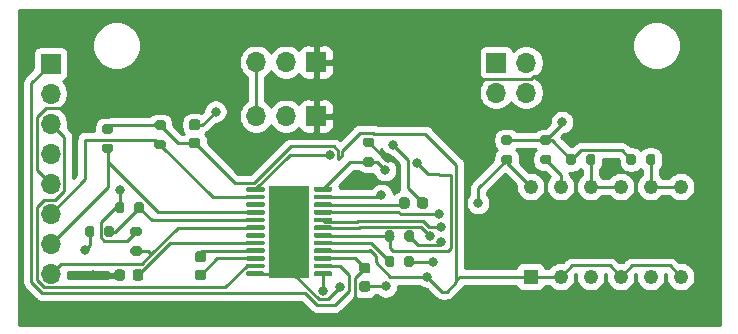
<source format=gbr>
G04 #@! TF.GenerationSoftware,KiCad,Pcbnew,(5.1.8)-1*
G04 #@! TF.CreationDate,2021-02-01T15:09:39-08:00*
G04 #@! TF.ProjectId,Modular_single_driver_Driver,4d6f6475-6c61-4725-9f73-696e676c655f,rev?*
G04 #@! TF.SameCoordinates,Original*
G04 #@! TF.FileFunction,Copper,L1,Top*
G04 #@! TF.FilePolarity,Positive*
%FSLAX46Y46*%
G04 Gerber Fmt 4.6, Leading zero omitted, Abs format (unit mm)*
G04 Created by KiCad (PCBNEW (5.1.8)-1) date 2021-02-01 15:09:39*
%MOMM*%
%LPD*%
G01*
G04 APERTURE LIST*
G04 #@! TA.AperFunction,ComponentPad*
%ADD10O,1.700000X1.700000*%
G04 #@! TD*
G04 #@! TA.AperFunction,ComponentPad*
%ADD11R,1.700000X1.700000*%
G04 #@! TD*
G04 #@! TA.AperFunction,ComponentPad*
%ADD12R,1.220000X1.220000*%
G04 #@! TD*
G04 #@! TA.AperFunction,ComponentPad*
%ADD13C,1.220000*%
G04 #@! TD*
G04 #@! TA.AperFunction,SMDPad,CuDef*
%ADD14R,3.400000X7.800000*%
G04 #@! TD*
G04 #@! TA.AperFunction,ComponentPad*
%ADD15C,0.600000*%
G04 #@! TD*
G04 #@! TA.AperFunction,ViaPad*
%ADD16C,0.800000*%
G04 #@! TD*
G04 #@! TA.AperFunction,Conductor*
%ADD17C,0.250000*%
G04 #@! TD*
G04 #@! TA.AperFunction,Conductor*
%ADD18C,0.254000*%
G04 #@! TD*
G04 #@! TA.AperFunction,Conductor*
%ADD19C,0.100000*%
G04 #@! TD*
G04 APERTURE END LIST*
D10*
X169291000Y-111379000D03*
X171831000Y-111379000D03*
D11*
X174371000Y-111379000D03*
G04 #@! TA.AperFunction,SMDPad,CuDef*
G36*
G01*
X178748500Y-124706500D02*
X178248500Y-124706500D01*
G75*
G02*
X178023500Y-124481500I0J225000D01*
G01*
X178023500Y-124031500D01*
G75*
G02*
X178248500Y-123806500I225000J0D01*
G01*
X178748500Y-123806500D01*
G75*
G02*
X178973500Y-124031500I0J-225000D01*
G01*
X178973500Y-124481500D01*
G75*
G02*
X178748500Y-124706500I-225000J0D01*
G01*
G37*
G04 #@! TD.AperFunction*
G04 #@! TA.AperFunction,SMDPad,CuDef*
G36*
G01*
X178748500Y-126256500D02*
X178248500Y-126256500D01*
G75*
G02*
X178023500Y-126031500I0J225000D01*
G01*
X178023500Y-125581500D01*
G75*
G02*
X178248500Y-125356500I225000J0D01*
G01*
X178748500Y-125356500D01*
G75*
G02*
X178973500Y-125581500I0J-225000D01*
G01*
X178973500Y-126031500D01*
G75*
G02*
X178748500Y-126256500I-225000J0D01*
G01*
G37*
G04 #@! TD.AperFunction*
G04 #@! TA.AperFunction,SMDPad,CuDef*
G36*
G01*
X163834000Y-113215000D02*
X164334000Y-113215000D01*
G75*
G02*
X164559000Y-113440000I0J-225000D01*
G01*
X164559000Y-113890000D01*
G75*
G02*
X164334000Y-114115000I-225000J0D01*
G01*
X163834000Y-114115000D01*
G75*
G02*
X163609000Y-113890000I0J225000D01*
G01*
X163609000Y-113440000D01*
G75*
G02*
X163834000Y-113215000I225000J0D01*
G01*
G37*
G04 #@! TD.AperFunction*
G04 #@! TA.AperFunction,SMDPad,CuDef*
G36*
G01*
X163834000Y-111665000D02*
X164334000Y-111665000D01*
G75*
G02*
X164559000Y-111890000I0J-225000D01*
G01*
X164559000Y-112340000D01*
G75*
G02*
X164334000Y-112565000I-225000J0D01*
G01*
X163834000Y-112565000D01*
G75*
G02*
X163609000Y-112340000I0J225000D01*
G01*
X163609000Y-111890000D01*
G75*
G02*
X163834000Y-111665000I225000J0D01*
G01*
G37*
G04 #@! TD.AperFunction*
G04 #@! TA.AperFunction,SMDPad,CuDef*
G36*
G01*
X182288000Y-118495000D02*
X182288000Y-118995000D01*
G75*
G02*
X182063000Y-119220000I-225000J0D01*
G01*
X181613000Y-119220000D01*
G75*
G02*
X181388000Y-118995000I0J225000D01*
G01*
X181388000Y-118495000D01*
G75*
G02*
X181613000Y-118270000I225000J0D01*
G01*
X182063000Y-118270000D01*
G75*
G02*
X182288000Y-118495000I0J-225000D01*
G01*
G37*
G04 #@! TD.AperFunction*
G04 #@! TA.AperFunction,SMDPad,CuDef*
G36*
G01*
X183838000Y-118495000D02*
X183838000Y-118995000D01*
G75*
G02*
X183613000Y-119220000I-225000J0D01*
G01*
X183163000Y-119220000D01*
G75*
G02*
X182938000Y-118995000I0J225000D01*
G01*
X182938000Y-118495000D01*
G75*
G02*
X183163000Y-118270000I225000J0D01*
G01*
X183613000Y-118270000D01*
G75*
G02*
X183838000Y-118495000I0J-225000D01*
G01*
G37*
G04 #@! TD.AperFunction*
G04 #@! TA.AperFunction,SMDPad,CuDef*
G36*
G01*
X157284000Y-125091000D02*
X157284000Y-124591000D01*
G75*
G02*
X157509000Y-124366000I225000J0D01*
G01*
X157959000Y-124366000D01*
G75*
G02*
X158184000Y-124591000I0J-225000D01*
G01*
X158184000Y-125091000D01*
G75*
G02*
X157959000Y-125316000I-225000J0D01*
G01*
X157509000Y-125316000D01*
G75*
G02*
X157284000Y-125091000I0J225000D01*
G01*
G37*
G04 #@! TD.AperFunction*
G04 #@! TA.AperFunction,SMDPad,CuDef*
G36*
G01*
X158834000Y-125091000D02*
X158834000Y-124591000D01*
G75*
G02*
X159059000Y-124366000I225000J0D01*
G01*
X159509000Y-124366000D01*
G75*
G02*
X159734000Y-124591000I0J-225000D01*
G01*
X159734000Y-125091000D01*
G75*
G02*
X159509000Y-125316000I-225000J0D01*
G01*
X159059000Y-125316000D01*
G75*
G02*
X158834000Y-125091000I0J225000D01*
G01*
G37*
G04 #@! TD.AperFunction*
G04 #@! TA.AperFunction,SMDPad,CuDef*
G36*
G01*
X164842000Y-125291000D02*
X164342000Y-125291000D01*
G75*
G02*
X164117000Y-125066000I0J225000D01*
G01*
X164117000Y-124616000D01*
G75*
G02*
X164342000Y-124391000I225000J0D01*
G01*
X164842000Y-124391000D01*
G75*
G02*
X165067000Y-124616000I0J-225000D01*
G01*
X165067000Y-125066000D01*
G75*
G02*
X164842000Y-125291000I-225000J0D01*
G01*
G37*
G04 #@! TD.AperFunction*
G04 #@! TA.AperFunction,SMDPad,CuDef*
G36*
G01*
X164842000Y-123741000D02*
X164342000Y-123741000D01*
G75*
G02*
X164117000Y-123516000I0J225000D01*
G01*
X164117000Y-123066000D01*
G75*
G02*
X164342000Y-122841000I225000J0D01*
G01*
X164842000Y-122841000D01*
G75*
G02*
X165067000Y-123066000I0J-225000D01*
G01*
X165067000Y-123516000D01*
G75*
G02*
X164842000Y-123741000I-225000J0D01*
G01*
G37*
G04 #@! TD.AperFunction*
X189611000Y-106854001D03*
D10*
X192151000Y-106854001D03*
X189611000Y-109394001D03*
X192151000Y-109394001D03*
D11*
X151892000Y-106934000D03*
D10*
X151892000Y-109474000D03*
X151892000Y-112014000D03*
X151892000Y-114554000D03*
X151892000Y-117094000D03*
X151892000Y-119634000D03*
X151892000Y-122174000D03*
X151892000Y-124714000D03*
D11*
X174371000Y-106807000D03*
D10*
X171831000Y-106807000D03*
X169291000Y-106807000D03*
G04 #@! TA.AperFunction,SMDPad,CuDef*
G36*
G01*
X158134000Y-118851000D02*
X158134000Y-119401000D01*
G75*
G02*
X157934000Y-119601000I-200000J0D01*
G01*
X157534000Y-119601000D01*
G75*
G02*
X157334000Y-119401000I0J200000D01*
G01*
X157334000Y-118851000D01*
G75*
G02*
X157534000Y-118651000I200000J0D01*
G01*
X157934000Y-118651000D01*
G75*
G02*
X158134000Y-118851000I0J-200000D01*
G01*
G37*
G04 #@! TD.AperFunction*
G04 #@! TA.AperFunction,SMDPad,CuDef*
G36*
G01*
X159784000Y-118851000D02*
X159784000Y-119401000D01*
G75*
G02*
X159584000Y-119601000I-200000J0D01*
G01*
X159184000Y-119601000D01*
G75*
G02*
X158984000Y-119401000I0J200000D01*
G01*
X158984000Y-118851000D01*
G75*
G02*
X159184000Y-118651000I200000J0D01*
G01*
X159584000Y-118651000D01*
G75*
G02*
X159784000Y-118851000I0J-200000D01*
G01*
G37*
G04 #@! TD.AperFunction*
G04 #@! TA.AperFunction,SMDPad,CuDef*
G36*
G01*
X154795000Y-121433000D02*
X154795000Y-120883000D01*
G75*
G02*
X154995000Y-120683000I200000J0D01*
G01*
X155395000Y-120683000D01*
G75*
G02*
X155595000Y-120883000I0J-200000D01*
G01*
X155595000Y-121433000D01*
G75*
G02*
X155395000Y-121633000I-200000J0D01*
G01*
X154995000Y-121633000D01*
G75*
G02*
X154795000Y-121433000I0J200000D01*
G01*
G37*
G04 #@! TD.AperFunction*
G04 #@! TA.AperFunction,SMDPad,CuDef*
G36*
G01*
X156445000Y-121433000D02*
X156445000Y-120883000D01*
G75*
G02*
X156645000Y-120683000I200000J0D01*
G01*
X157045000Y-120683000D01*
G75*
G02*
X157245000Y-120883000I0J-200000D01*
G01*
X157245000Y-121433000D01*
G75*
G02*
X157045000Y-121633000I-200000J0D01*
G01*
X156645000Y-121633000D01*
G75*
G02*
X156445000Y-121433000I0J200000D01*
G01*
G37*
G04 #@! TD.AperFunction*
G04 #@! TA.AperFunction,SMDPad,CuDef*
G36*
G01*
X181844000Y-123973000D02*
X181844000Y-123423000D01*
G75*
G02*
X182044000Y-123223000I200000J0D01*
G01*
X182444000Y-123223000D01*
G75*
G02*
X182644000Y-123423000I0J-200000D01*
G01*
X182644000Y-123973000D01*
G75*
G02*
X182444000Y-124173000I-200000J0D01*
G01*
X182044000Y-124173000D01*
G75*
G02*
X181844000Y-123973000I0J200000D01*
G01*
G37*
G04 #@! TD.AperFunction*
G04 #@! TA.AperFunction,SMDPad,CuDef*
G36*
G01*
X180194000Y-123973000D02*
X180194000Y-123423000D01*
G75*
G02*
X180394000Y-123223000I200000J0D01*
G01*
X180794000Y-123223000D01*
G75*
G02*
X180994000Y-123423000I0J-200000D01*
G01*
X180994000Y-123973000D01*
G75*
G02*
X180794000Y-124173000I-200000J0D01*
G01*
X180394000Y-124173000D01*
G75*
G02*
X180194000Y-123973000I0J200000D01*
G01*
G37*
G04 #@! TD.AperFunction*
G04 #@! TA.AperFunction,SMDPad,CuDef*
G36*
G01*
X178541000Y-113202000D02*
X179091000Y-113202000D01*
G75*
G02*
X179291000Y-113402000I0J-200000D01*
G01*
X179291000Y-113802000D01*
G75*
G02*
X179091000Y-114002000I-200000J0D01*
G01*
X178541000Y-114002000D01*
G75*
G02*
X178341000Y-113802000I0J200000D01*
G01*
X178341000Y-113402000D01*
G75*
G02*
X178541000Y-113202000I200000J0D01*
G01*
G37*
G04 #@! TD.AperFunction*
G04 #@! TA.AperFunction,SMDPad,CuDef*
G36*
G01*
X178541000Y-114852000D02*
X179091000Y-114852000D01*
G75*
G02*
X179291000Y-115052000I0J-200000D01*
G01*
X179291000Y-115452000D01*
G75*
G02*
X179091000Y-115652000I-200000J0D01*
G01*
X178541000Y-115652000D01*
G75*
G02*
X178341000Y-115452000I0J200000D01*
G01*
X178341000Y-115052000D01*
G75*
G02*
X178541000Y-114852000I200000J0D01*
G01*
G37*
G04 #@! TD.AperFunction*
G04 #@! TA.AperFunction,SMDPad,CuDef*
G36*
G01*
X182644000Y-121264000D02*
X182644000Y-121814000D01*
G75*
G02*
X182444000Y-122014000I-200000J0D01*
G01*
X182044000Y-122014000D01*
G75*
G02*
X181844000Y-121814000I0J200000D01*
G01*
X181844000Y-121264000D01*
G75*
G02*
X182044000Y-121064000I200000J0D01*
G01*
X182444000Y-121064000D01*
G75*
G02*
X182644000Y-121264000I0J-200000D01*
G01*
G37*
G04 #@! TD.AperFunction*
G04 #@! TA.AperFunction,SMDPad,CuDef*
G36*
G01*
X180994000Y-121264000D02*
X180994000Y-121814000D01*
G75*
G02*
X180794000Y-122014000I-200000J0D01*
G01*
X180394000Y-122014000D01*
G75*
G02*
X180194000Y-121814000I0J200000D01*
G01*
X180194000Y-121264000D01*
G75*
G02*
X180394000Y-121064000I200000J0D01*
G01*
X180794000Y-121064000D01*
G75*
G02*
X180994000Y-121264000I0J-200000D01*
G01*
G37*
G04 #@! TD.AperFunction*
G04 #@! TA.AperFunction,SMDPad,CuDef*
G36*
G01*
X161438000Y-114191000D02*
X160888000Y-114191000D01*
G75*
G02*
X160688000Y-113991000I0J200000D01*
G01*
X160688000Y-113591000D01*
G75*
G02*
X160888000Y-113391000I200000J0D01*
G01*
X161438000Y-113391000D01*
G75*
G02*
X161638000Y-113591000I0J-200000D01*
G01*
X161638000Y-113991000D01*
G75*
G02*
X161438000Y-114191000I-200000J0D01*
G01*
G37*
G04 #@! TD.AperFunction*
G04 #@! TA.AperFunction,SMDPad,CuDef*
G36*
G01*
X161438000Y-112541000D02*
X160888000Y-112541000D01*
G75*
G02*
X160688000Y-112341000I0J200000D01*
G01*
X160688000Y-111941000D01*
G75*
G02*
X160888000Y-111741000I200000J0D01*
G01*
X161438000Y-111741000D01*
G75*
G02*
X161638000Y-111941000I0J-200000D01*
G01*
X161638000Y-112341000D01*
G75*
G02*
X161438000Y-112541000I-200000J0D01*
G01*
G37*
G04 #@! TD.AperFunction*
G04 #@! TA.AperFunction,SMDPad,CuDef*
G36*
G01*
X156993000Y-112859000D02*
X156443000Y-112859000D01*
G75*
G02*
X156243000Y-112659000I0J200000D01*
G01*
X156243000Y-112259000D01*
G75*
G02*
X156443000Y-112059000I200000J0D01*
G01*
X156993000Y-112059000D01*
G75*
G02*
X157193000Y-112259000I0J-200000D01*
G01*
X157193000Y-112659000D01*
G75*
G02*
X156993000Y-112859000I-200000J0D01*
G01*
G37*
G04 #@! TD.AperFunction*
G04 #@! TA.AperFunction,SMDPad,CuDef*
G36*
G01*
X156993000Y-114509000D02*
X156443000Y-114509000D01*
G75*
G02*
X156243000Y-114309000I0J200000D01*
G01*
X156243000Y-113909000D01*
G75*
G02*
X156443000Y-113709000I200000J0D01*
G01*
X156993000Y-113709000D01*
G75*
G02*
X157193000Y-113909000I0J-200000D01*
G01*
X157193000Y-114309000D01*
G75*
G02*
X156993000Y-114509000I-200000J0D01*
G01*
G37*
G04 #@! TD.AperFunction*
G04 #@! TA.AperFunction,SMDPad,CuDef*
G36*
G01*
X159406000Y-123209000D02*
X158856000Y-123209000D01*
G75*
G02*
X158656000Y-123009000I0J200000D01*
G01*
X158656000Y-122609000D01*
G75*
G02*
X158856000Y-122409000I200000J0D01*
G01*
X159406000Y-122409000D01*
G75*
G02*
X159606000Y-122609000I0J-200000D01*
G01*
X159606000Y-123009000D01*
G75*
G02*
X159406000Y-123209000I-200000J0D01*
G01*
G37*
G04 #@! TD.AperFunction*
G04 #@! TA.AperFunction,SMDPad,CuDef*
G36*
G01*
X159406000Y-121559000D02*
X158856000Y-121559000D01*
G75*
G02*
X158656000Y-121359000I0J200000D01*
G01*
X158656000Y-120959000D01*
G75*
G02*
X158856000Y-120759000I200000J0D01*
G01*
X159406000Y-120759000D01*
G75*
G02*
X159606000Y-120959000I0J-200000D01*
G01*
X159606000Y-121359000D01*
G75*
G02*
X159406000Y-121559000I-200000J0D01*
G01*
G37*
G04 #@! TD.AperFunction*
G04 #@! TA.AperFunction,SMDPad,CuDef*
G36*
G01*
X190225000Y-114662000D02*
X190775000Y-114662000D01*
G75*
G02*
X190975000Y-114862000I0J-200000D01*
G01*
X190975000Y-115262000D01*
G75*
G02*
X190775000Y-115462000I-200000J0D01*
G01*
X190225000Y-115462000D01*
G75*
G02*
X190025000Y-115262000I0J200000D01*
G01*
X190025000Y-114862000D01*
G75*
G02*
X190225000Y-114662000I200000J0D01*
G01*
G37*
G04 #@! TD.AperFunction*
G04 #@! TA.AperFunction,SMDPad,CuDef*
G36*
G01*
X190225000Y-113012000D02*
X190775000Y-113012000D01*
G75*
G02*
X190975000Y-113212000I0J-200000D01*
G01*
X190975000Y-113612000D01*
G75*
G02*
X190775000Y-113812000I-200000J0D01*
G01*
X190225000Y-113812000D01*
G75*
G02*
X190025000Y-113612000I0J200000D01*
G01*
X190025000Y-113212000D01*
G75*
G02*
X190225000Y-113012000I200000J0D01*
G01*
G37*
G04 #@! TD.AperFunction*
G04 #@! TA.AperFunction,SMDPad,CuDef*
G36*
G01*
X193527000Y-113012000D02*
X194077000Y-113012000D01*
G75*
G02*
X194277000Y-113212000I0J-200000D01*
G01*
X194277000Y-113612000D01*
G75*
G02*
X194077000Y-113812000I-200000J0D01*
G01*
X193527000Y-113812000D01*
G75*
G02*
X193327000Y-113612000I0J200000D01*
G01*
X193327000Y-113212000D01*
G75*
G02*
X193527000Y-113012000I200000J0D01*
G01*
G37*
G04 #@! TD.AperFunction*
G04 #@! TA.AperFunction,SMDPad,CuDef*
G36*
G01*
X193527000Y-114662000D02*
X194077000Y-114662000D01*
G75*
G02*
X194277000Y-114862000I0J-200000D01*
G01*
X194277000Y-115262000D01*
G75*
G02*
X194077000Y-115462000I-200000J0D01*
G01*
X193527000Y-115462000D01*
G75*
G02*
X193327000Y-115262000I0J200000D01*
G01*
X193327000Y-114862000D01*
G75*
G02*
X193527000Y-114662000I200000J0D01*
G01*
G37*
G04 #@! TD.AperFunction*
G04 #@! TA.AperFunction,SMDPad,CuDef*
G36*
G01*
X195562000Y-115337000D02*
X195562000Y-114787000D01*
G75*
G02*
X195762000Y-114587000I200000J0D01*
G01*
X196162000Y-114587000D01*
G75*
G02*
X196362000Y-114787000I0J-200000D01*
G01*
X196362000Y-115337000D01*
G75*
G02*
X196162000Y-115537000I-200000J0D01*
G01*
X195762000Y-115537000D01*
G75*
G02*
X195562000Y-115337000I0J200000D01*
G01*
G37*
G04 #@! TD.AperFunction*
G04 #@! TA.AperFunction,SMDPad,CuDef*
G36*
G01*
X197212000Y-115337000D02*
X197212000Y-114787000D01*
G75*
G02*
X197412000Y-114587000I200000J0D01*
G01*
X197812000Y-114587000D01*
G75*
G02*
X198012000Y-114787000I0J-200000D01*
G01*
X198012000Y-115337000D01*
G75*
G02*
X197812000Y-115537000I-200000J0D01*
G01*
X197412000Y-115537000D01*
G75*
G02*
X197212000Y-115337000I0J200000D01*
G01*
G37*
G04 #@! TD.AperFunction*
G04 #@! TA.AperFunction,SMDPad,CuDef*
G36*
G01*
X202291000Y-115337000D02*
X202291000Y-114787000D01*
G75*
G02*
X202491000Y-114587000I200000J0D01*
G01*
X202891000Y-114587000D01*
G75*
G02*
X203091000Y-114787000I0J-200000D01*
G01*
X203091000Y-115337000D01*
G75*
G02*
X202891000Y-115537000I-200000J0D01*
G01*
X202491000Y-115537000D01*
G75*
G02*
X202291000Y-115337000I0J200000D01*
G01*
G37*
G04 #@! TD.AperFunction*
G04 #@! TA.AperFunction,SMDPad,CuDef*
G36*
G01*
X200641000Y-115337000D02*
X200641000Y-114787000D01*
G75*
G02*
X200841000Y-114587000I200000J0D01*
G01*
X201241000Y-114587000D01*
G75*
G02*
X201441000Y-114787000I0J-200000D01*
G01*
X201441000Y-115337000D01*
G75*
G02*
X201241000Y-115537000I-200000J0D01*
G01*
X200841000Y-115537000D01*
G75*
G02*
X200641000Y-115337000I0J200000D01*
G01*
G37*
G04 #@! TD.AperFunction*
D12*
X192532000Y-124968000D03*
D13*
X195072000Y-124968000D03*
X197612000Y-124968000D03*
X200152000Y-124968000D03*
X202692000Y-124968000D03*
X205232000Y-124968000D03*
X205232000Y-117348000D03*
X202692000Y-117348000D03*
X200152000Y-117348000D03*
X197612000Y-117348000D03*
X195072000Y-117348000D03*
X192532000Y-117348000D03*
G04 #@! TA.AperFunction,SMDPad,CuDef*
G36*
G01*
X168435000Y-117683000D02*
X168435000Y-117483000D01*
G75*
G02*
X168535000Y-117383000I100000J0D01*
G01*
X169910000Y-117383000D01*
G75*
G02*
X170010000Y-117483000I0J-100000D01*
G01*
X170010000Y-117683000D01*
G75*
G02*
X169910000Y-117783000I-100000J0D01*
G01*
X168535000Y-117783000D01*
G75*
G02*
X168435000Y-117683000I0J100000D01*
G01*
G37*
G04 #@! TD.AperFunction*
G04 #@! TA.AperFunction,SMDPad,CuDef*
G36*
G01*
X168435000Y-118333000D02*
X168435000Y-118133000D01*
G75*
G02*
X168535000Y-118033000I100000J0D01*
G01*
X169910000Y-118033000D01*
G75*
G02*
X170010000Y-118133000I0J-100000D01*
G01*
X170010000Y-118333000D01*
G75*
G02*
X169910000Y-118433000I-100000J0D01*
G01*
X168535000Y-118433000D01*
G75*
G02*
X168435000Y-118333000I0J100000D01*
G01*
G37*
G04 #@! TD.AperFunction*
G04 #@! TA.AperFunction,SMDPad,CuDef*
G36*
G01*
X168435000Y-118983000D02*
X168435000Y-118783000D01*
G75*
G02*
X168535000Y-118683000I100000J0D01*
G01*
X169910000Y-118683000D01*
G75*
G02*
X170010000Y-118783000I0J-100000D01*
G01*
X170010000Y-118983000D01*
G75*
G02*
X169910000Y-119083000I-100000J0D01*
G01*
X168535000Y-119083000D01*
G75*
G02*
X168435000Y-118983000I0J100000D01*
G01*
G37*
G04 #@! TD.AperFunction*
G04 #@! TA.AperFunction,SMDPad,CuDef*
G36*
G01*
X168435000Y-119633000D02*
X168435000Y-119433000D01*
G75*
G02*
X168535000Y-119333000I100000J0D01*
G01*
X169910000Y-119333000D01*
G75*
G02*
X170010000Y-119433000I0J-100000D01*
G01*
X170010000Y-119633000D01*
G75*
G02*
X169910000Y-119733000I-100000J0D01*
G01*
X168535000Y-119733000D01*
G75*
G02*
X168435000Y-119633000I0J100000D01*
G01*
G37*
G04 #@! TD.AperFunction*
G04 #@! TA.AperFunction,SMDPad,CuDef*
G36*
G01*
X168435000Y-120283000D02*
X168435000Y-120083000D01*
G75*
G02*
X168535000Y-119983000I100000J0D01*
G01*
X169910000Y-119983000D01*
G75*
G02*
X170010000Y-120083000I0J-100000D01*
G01*
X170010000Y-120283000D01*
G75*
G02*
X169910000Y-120383000I-100000J0D01*
G01*
X168535000Y-120383000D01*
G75*
G02*
X168435000Y-120283000I0J100000D01*
G01*
G37*
G04 #@! TD.AperFunction*
G04 #@! TA.AperFunction,SMDPad,CuDef*
G36*
G01*
X168435000Y-120933000D02*
X168435000Y-120733000D01*
G75*
G02*
X168535000Y-120633000I100000J0D01*
G01*
X169910000Y-120633000D01*
G75*
G02*
X170010000Y-120733000I0J-100000D01*
G01*
X170010000Y-120933000D01*
G75*
G02*
X169910000Y-121033000I-100000J0D01*
G01*
X168535000Y-121033000D01*
G75*
G02*
X168435000Y-120933000I0J100000D01*
G01*
G37*
G04 #@! TD.AperFunction*
G04 #@! TA.AperFunction,SMDPad,CuDef*
G36*
G01*
X168435000Y-121583000D02*
X168435000Y-121383000D01*
G75*
G02*
X168535000Y-121283000I100000J0D01*
G01*
X169910000Y-121283000D01*
G75*
G02*
X170010000Y-121383000I0J-100000D01*
G01*
X170010000Y-121583000D01*
G75*
G02*
X169910000Y-121683000I-100000J0D01*
G01*
X168535000Y-121683000D01*
G75*
G02*
X168435000Y-121583000I0J100000D01*
G01*
G37*
G04 #@! TD.AperFunction*
G04 #@! TA.AperFunction,SMDPad,CuDef*
G36*
G01*
X168435000Y-122233000D02*
X168435000Y-122033000D01*
G75*
G02*
X168535000Y-121933000I100000J0D01*
G01*
X169910000Y-121933000D01*
G75*
G02*
X170010000Y-122033000I0J-100000D01*
G01*
X170010000Y-122233000D01*
G75*
G02*
X169910000Y-122333000I-100000J0D01*
G01*
X168535000Y-122333000D01*
G75*
G02*
X168435000Y-122233000I0J100000D01*
G01*
G37*
G04 #@! TD.AperFunction*
G04 #@! TA.AperFunction,SMDPad,CuDef*
G36*
G01*
X168435000Y-122883000D02*
X168435000Y-122683000D01*
G75*
G02*
X168535000Y-122583000I100000J0D01*
G01*
X169910000Y-122583000D01*
G75*
G02*
X170010000Y-122683000I0J-100000D01*
G01*
X170010000Y-122883000D01*
G75*
G02*
X169910000Y-122983000I-100000J0D01*
G01*
X168535000Y-122983000D01*
G75*
G02*
X168435000Y-122883000I0J100000D01*
G01*
G37*
G04 #@! TD.AperFunction*
G04 #@! TA.AperFunction,SMDPad,CuDef*
G36*
G01*
X168435000Y-123533000D02*
X168435000Y-123333000D01*
G75*
G02*
X168535000Y-123233000I100000J0D01*
G01*
X169910000Y-123233000D01*
G75*
G02*
X170010000Y-123333000I0J-100000D01*
G01*
X170010000Y-123533000D01*
G75*
G02*
X169910000Y-123633000I-100000J0D01*
G01*
X168535000Y-123633000D01*
G75*
G02*
X168435000Y-123533000I0J100000D01*
G01*
G37*
G04 #@! TD.AperFunction*
G04 #@! TA.AperFunction,SMDPad,CuDef*
G36*
G01*
X168435000Y-124183000D02*
X168435000Y-123983000D01*
G75*
G02*
X168535000Y-123883000I100000J0D01*
G01*
X169910000Y-123883000D01*
G75*
G02*
X170010000Y-123983000I0J-100000D01*
G01*
X170010000Y-124183000D01*
G75*
G02*
X169910000Y-124283000I-100000J0D01*
G01*
X168535000Y-124283000D01*
G75*
G02*
X168435000Y-124183000I0J100000D01*
G01*
G37*
G04 #@! TD.AperFunction*
G04 #@! TA.AperFunction,SMDPad,CuDef*
G36*
G01*
X168435000Y-124833000D02*
X168435000Y-124633000D01*
G75*
G02*
X168535000Y-124533000I100000J0D01*
G01*
X169910000Y-124533000D01*
G75*
G02*
X170010000Y-124633000I0J-100000D01*
G01*
X170010000Y-124833000D01*
G75*
G02*
X169910000Y-124933000I-100000J0D01*
G01*
X168535000Y-124933000D01*
G75*
G02*
X168435000Y-124833000I0J100000D01*
G01*
G37*
G04 #@! TD.AperFunction*
G04 #@! TA.AperFunction,SMDPad,CuDef*
G36*
G01*
X174160000Y-124833000D02*
X174160000Y-124633000D01*
G75*
G02*
X174260000Y-124533000I100000J0D01*
G01*
X175635000Y-124533000D01*
G75*
G02*
X175735000Y-124633000I0J-100000D01*
G01*
X175735000Y-124833000D01*
G75*
G02*
X175635000Y-124933000I-100000J0D01*
G01*
X174260000Y-124933000D01*
G75*
G02*
X174160000Y-124833000I0J100000D01*
G01*
G37*
G04 #@! TD.AperFunction*
G04 #@! TA.AperFunction,SMDPad,CuDef*
G36*
G01*
X174160000Y-124183000D02*
X174160000Y-123983000D01*
G75*
G02*
X174260000Y-123883000I100000J0D01*
G01*
X175635000Y-123883000D01*
G75*
G02*
X175735000Y-123983000I0J-100000D01*
G01*
X175735000Y-124183000D01*
G75*
G02*
X175635000Y-124283000I-100000J0D01*
G01*
X174260000Y-124283000D01*
G75*
G02*
X174160000Y-124183000I0J100000D01*
G01*
G37*
G04 #@! TD.AperFunction*
G04 #@! TA.AperFunction,SMDPad,CuDef*
G36*
G01*
X174160000Y-123533000D02*
X174160000Y-123333000D01*
G75*
G02*
X174260000Y-123233000I100000J0D01*
G01*
X175635000Y-123233000D01*
G75*
G02*
X175735000Y-123333000I0J-100000D01*
G01*
X175735000Y-123533000D01*
G75*
G02*
X175635000Y-123633000I-100000J0D01*
G01*
X174260000Y-123633000D01*
G75*
G02*
X174160000Y-123533000I0J100000D01*
G01*
G37*
G04 #@! TD.AperFunction*
G04 #@! TA.AperFunction,SMDPad,CuDef*
G36*
G01*
X174160000Y-122883000D02*
X174160000Y-122683000D01*
G75*
G02*
X174260000Y-122583000I100000J0D01*
G01*
X175635000Y-122583000D01*
G75*
G02*
X175735000Y-122683000I0J-100000D01*
G01*
X175735000Y-122883000D01*
G75*
G02*
X175635000Y-122983000I-100000J0D01*
G01*
X174260000Y-122983000D01*
G75*
G02*
X174160000Y-122883000I0J100000D01*
G01*
G37*
G04 #@! TD.AperFunction*
G04 #@! TA.AperFunction,SMDPad,CuDef*
G36*
G01*
X174160000Y-122233000D02*
X174160000Y-122033000D01*
G75*
G02*
X174260000Y-121933000I100000J0D01*
G01*
X175635000Y-121933000D01*
G75*
G02*
X175735000Y-122033000I0J-100000D01*
G01*
X175735000Y-122233000D01*
G75*
G02*
X175635000Y-122333000I-100000J0D01*
G01*
X174260000Y-122333000D01*
G75*
G02*
X174160000Y-122233000I0J100000D01*
G01*
G37*
G04 #@! TD.AperFunction*
G04 #@! TA.AperFunction,SMDPad,CuDef*
G36*
G01*
X174160000Y-121583000D02*
X174160000Y-121383000D01*
G75*
G02*
X174260000Y-121283000I100000J0D01*
G01*
X175635000Y-121283000D01*
G75*
G02*
X175735000Y-121383000I0J-100000D01*
G01*
X175735000Y-121583000D01*
G75*
G02*
X175635000Y-121683000I-100000J0D01*
G01*
X174260000Y-121683000D01*
G75*
G02*
X174160000Y-121583000I0J100000D01*
G01*
G37*
G04 #@! TD.AperFunction*
G04 #@! TA.AperFunction,SMDPad,CuDef*
G36*
G01*
X174160000Y-120933000D02*
X174160000Y-120733000D01*
G75*
G02*
X174260000Y-120633000I100000J0D01*
G01*
X175635000Y-120633000D01*
G75*
G02*
X175735000Y-120733000I0J-100000D01*
G01*
X175735000Y-120933000D01*
G75*
G02*
X175635000Y-121033000I-100000J0D01*
G01*
X174260000Y-121033000D01*
G75*
G02*
X174160000Y-120933000I0J100000D01*
G01*
G37*
G04 #@! TD.AperFunction*
G04 #@! TA.AperFunction,SMDPad,CuDef*
G36*
G01*
X174160000Y-120283000D02*
X174160000Y-120083000D01*
G75*
G02*
X174260000Y-119983000I100000J0D01*
G01*
X175635000Y-119983000D01*
G75*
G02*
X175735000Y-120083000I0J-100000D01*
G01*
X175735000Y-120283000D01*
G75*
G02*
X175635000Y-120383000I-100000J0D01*
G01*
X174260000Y-120383000D01*
G75*
G02*
X174160000Y-120283000I0J100000D01*
G01*
G37*
G04 #@! TD.AperFunction*
G04 #@! TA.AperFunction,SMDPad,CuDef*
G36*
G01*
X174160000Y-119633000D02*
X174160000Y-119433000D01*
G75*
G02*
X174260000Y-119333000I100000J0D01*
G01*
X175635000Y-119333000D01*
G75*
G02*
X175735000Y-119433000I0J-100000D01*
G01*
X175735000Y-119633000D01*
G75*
G02*
X175635000Y-119733000I-100000J0D01*
G01*
X174260000Y-119733000D01*
G75*
G02*
X174160000Y-119633000I0J100000D01*
G01*
G37*
G04 #@! TD.AperFunction*
G04 #@! TA.AperFunction,SMDPad,CuDef*
G36*
G01*
X174160000Y-118983000D02*
X174160000Y-118783000D01*
G75*
G02*
X174260000Y-118683000I100000J0D01*
G01*
X175635000Y-118683000D01*
G75*
G02*
X175735000Y-118783000I0J-100000D01*
G01*
X175735000Y-118983000D01*
G75*
G02*
X175635000Y-119083000I-100000J0D01*
G01*
X174260000Y-119083000D01*
G75*
G02*
X174160000Y-118983000I0J100000D01*
G01*
G37*
G04 #@! TD.AperFunction*
G04 #@! TA.AperFunction,SMDPad,CuDef*
G36*
G01*
X174160000Y-118333000D02*
X174160000Y-118133000D01*
G75*
G02*
X174260000Y-118033000I100000J0D01*
G01*
X175635000Y-118033000D01*
G75*
G02*
X175735000Y-118133000I0J-100000D01*
G01*
X175735000Y-118333000D01*
G75*
G02*
X175635000Y-118433000I-100000J0D01*
G01*
X174260000Y-118433000D01*
G75*
G02*
X174160000Y-118333000I0J100000D01*
G01*
G37*
G04 #@! TD.AperFunction*
G04 #@! TA.AperFunction,SMDPad,CuDef*
G36*
G01*
X174160000Y-117683000D02*
X174160000Y-117483000D01*
G75*
G02*
X174260000Y-117383000I100000J0D01*
G01*
X175635000Y-117383000D01*
G75*
G02*
X175735000Y-117483000I0J-100000D01*
G01*
X175735000Y-117683000D01*
G75*
G02*
X175635000Y-117783000I-100000J0D01*
G01*
X174260000Y-117783000D01*
G75*
G02*
X174160000Y-117683000I0J100000D01*
G01*
G37*
G04 #@! TD.AperFunction*
D14*
X172085000Y-121158000D03*
D15*
X170785000Y-117908000D03*
X172085000Y-117908000D03*
X173385000Y-117908000D03*
X170785000Y-119208000D03*
X172085000Y-119208000D03*
X173385000Y-119208000D03*
X170785000Y-120508000D03*
X172085000Y-120508000D03*
X173385000Y-120508000D03*
X170785000Y-121808000D03*
X172085000Y-121808000D03*
X173385000Y-121808000D03*
X170785000Y-123108000D03*
X172085000Y-123108000D03*
X173385000Y-123108000D03*
X170785000Y-124408000D03*
X172085000Y-124408000D03*
X173385000Y-124408000D03*
D16*
X155448000Y-124841000D03*
X184912000Y-122047000D03*
X187452000Y-122047000D03*
X155448000Y-127825500D03*
X180467000Y-114935000D03*
X180086000Y-111887000D03*
X154813000Y-122682000D03*
X165862000Y-110998000D03*
X195199000Y-111887000D03*
X184277000Y-123698000D03*
X180848000Y-113792000D03*
X176403000Y-125857000D03*
X180276500Y-125793500D03*
X157734000Y-117602000D03*
X183769000Y-124968000D03*
X180213000Y-115951000D03*
X182880000Y-115316000D03*
X174947500Y-126179500D03*
X184023000Y-121539000D03*
X188087000Y-118745000D03*
X184785000Y-119634000D03*
X179895500Y-118046500D03*
X184912000Y-120777000D03*
X175514000Y-114681000D03*
D17*
X182969001Y-122264001D02*
X182244000Y-121539000D01*
X184694999Y-122264001D02*
X182969001Y-122264001D01*
X184912000Y-122047000D02*
X184694999Y-122264001D01*
X157734000Y-124841000D02*
X155448000Y-124841000D01*
X180149000Y-114935000D02*
X178816000Y-113602000D01*
X180467000Y-114935000D02*
X180149000Y-114935000D01*
X186408000Y-108219000D02*
X185674000Y-108953000D01*
X192525003Y-108219000D02*
X186408000Y-108219000D01*
X192794003Y-107950000D02*
X192525003Y-108219000D01*
X197866000Y-107950000D02*
X192794003Y-107950000D01*
X150716999Y-111449999D02*
X151486498Y-110680500D01*
X150716999Y-115918999D02*
X150716999Y-111449999D01*
X151892000Y-117094000D02*
X150716999Y-115918999D01*
X151486498Y-110680500D02*
X155575000Y-110680500D01*
X177675000Y-123433000D02*
X178498500Y-124256500D01*
X174947500Y-123433000D02*
X177675000Y-123433000D01*
X177698490Y-125056510D02*
X177698490Y-127025490D01*
X178498500Y-124256500D02*
X177698490Y-125056510D01*
X184277000Y-123698000D02*
X182244000Y-123698000D01*
X182154999Y-117511999D02*
X182154999Y-115098999D01*
X183388000Y-118745000D02*
X182154999Y-117511999D01*
X182154999Y-115098999D02*
X180848000Y-113792000D01*
X180848000Y-113792000D02*
X180848000Y-113792000D01*
X195199000Y-112015000D02*
X193802000Y-113412000D01*
X195199000Y-111887000D02*
X195199000Y-112015000D01*
X193802000Y-113412000D02*
X190500000Y-113412000D01*
X194312000Y-113412000D02*
X195962000Y-115062000D01*
X193802000Y-113412000D02*
X194312000Y-113412000D01*
X196762010Y-114261990D02*
X200240990Y-114261990D01*
X200240990Y-114261990D02*
X201041000Y-115062000D01*
X195962000Y-115062000D02*
X196762010Y-114261990D01*
X175355499Y-126904501D02*
X176403000Y-125857000D01*
X174599499Y-126904501D02*
X175355499Y-126904501D01*
X172427998Y-124733000D02*
X174599499Y-126904501D01*
X169222500Y-124733000D02*
X172427998Y-124733000D01*
X164084000Y-112115000D02*
X164745000Y-112115000D01*
X164745000Y-112115000D02*
X165862000Y-110998000D01*
X155195000Y-122300000D02*
X154813000Y-122682000D01*
X155195000Y-121158000D02*
X155195000Y-122300000D01*
X178511500Y-125793500D02*
X178498500Y-125806500D01*
X180276500Y-125793500D02*
X178511500Y-125793500D01*
X183621990Y-112876990D02*
X186239001Y-115494001D01*
X186239001Y-125418999D02*
X185420000Y-126238000D01*
X175735000Y-122783000D02*
X174947500Y-122783000D01*
X162687000Y-113665000D02*
X161163000Y-112141000D01*
X164084000Y-113665000D02*
X162687000Y-113665000D01*
X157036000Y-112141000D02*
X156718000Y-112459000D01*
X161163000Y-112141000D02*
X157036000Y-112141000D01*
X186563000Y-124968000D02*
X186239001Y-125291999D01*
X192532000Y-124968000D02*
X186563000Y-124968000D01*
X186239001Y-125291999D02*
X186239001Y-125418999D01*
X186239001Y-115494001D02*
X186239001Y-125291999D01*
X195072000Y-124968000D02*
X192532000Y-124968000D01*
X196007001Y-124032999D02*
X195072000Y-124968000D01*
X199216999Y-124032999D02*
X196007001Y-124032999D01*
X200152000Y-124968000D02*
X199216999Y-124032999D01*
X201087001Y-124032999D02*
X200152000Y-124968000D01*
X204296999Y-124032999D02*
X201087001Y-124032999D01*
X205232000Y-124968000D02*
X204296999Y-124032999D01*
X185420000Y-126238000D02*
X185039000Y-126238000D01*
X185039000Y-126238000D02*
X183769000Y-124968000D01*
X179451000Y-123772478D02*
X179451000Y-123191410D01*
X180646522Y-124968000D02*
X179451000Y-123772478D01*
X183769000Y-124968000D02*
X180646522Y-124968000D01*
X179451000Y-123191410D02*
X178942295Y-122682705D01*
X178842000Y-122783000D02*
X174947500Y-122783000D01*
X178942295Y-122682705D02*
X178842000Y-122783000D01*
X179207478Y-112776000D02*
X178054000Y-112776000D01*
X179308468Y-112876990D02*
X179207478Y-112776000D01*
X183621990Y-112876990D02*
X179308468Y-112876990D01*
X178054000Y-112776000D02*
X176530000Y-114300000D01*
X175862001Y-113955999D02*
X172213091Y-113955999D01*
X176239001Y-115029001D02*
X176239001Y-114332999D01*
X176530000Y-114738002D02*
X176239001Y-115029001D01*
X176239001Y-114332999D02*
X175862001Y-113955999D01*
X176530000Y-114300000D02*
X176530000Y-114738002D01*
X172213091Y-113955999D02*
X169111100Y-117057990D01*
X167476990Y-117057990D02*
X164084000Y-113665000D01*
X169111100Y-117057990D02*
X167476990Y-117057990D01*
X157334000Y-119126000D02*
X157734000Y-119126000D01*
X156119990Y-120340010D02*
X157334000Y-119126000D01*
X156119990Y-121650468D02*
X156119990Y-120340010D01*
X156427532Y-121958010D02*
X156119990Y-121650468D01*
X158331990Y-121958010D02*
X156427532Y-121958010D01*
X159131000Y-121159000D02*
X158331990Y-121958010D01*
X157734000Y-119126000D02*
X157734000Y-117602000D01*
X157734000Y-117602000D02*
X157734000Y-117602000D01*
X181700000Y-118883000D02*
X174947500Y-118883000D01*
X181838000Y-118745000D02*
X181700000Y-118883000D01*
X161992000Y-122133000D02*
X169222500Y-122133000D01*
X159284000Y-124841000D02*
X161992000Y-122133000D01*
X166000000Y-123433000D02*
X169222500Y-123433000D01*
X164592000Y-124841000D02*
X166000000Y-123433000D01*
X164650000Y-122783000D02*
X169222500Y-122783000D01*
X164592000Y-122841000D02*
X164650000Y-122783000D01*
X164592000Y-123291000D02*
X164592000Y-122841000D01*
X177278500Y-115252000D02*
X174947500Y-117583000D01*
X178816000Y-115252000D02*
X177278500Y-115252000D01*
X178879000Y-115189000D02*
X178816000Y-115252000D01*
X179514000Y-115252000D02*
X180213000Y-115951000D01*
X178816000Y-115252000D02*
X179514000Y-115252000D01*
X175003500Y-121539000D02*
X174947500Y-121483000D01*
X180594000Y-121539000D02*
X175003500Y-121539000D01*
X180905002Y-121539000D02*
X180594000Y-121539000D01*
X183134000Y-115570000D02*
X182880000Y-115316000D01*
X180594000Y-121539000D02*
X180594000Y-122555000D01*
X180594000Y-122555000D02*
X180848000Y-122809000D01*
X185547000Y-122809000D02*
X185788991Y-122567009D01*
X180848000Y-122809000D02*
X185547000Y-122809000D01*
X185788991Y-122567009D02*
X185788991Y-116332000D01*
X183858011Y-116294011D02*
X182880000Y-115316000D01*
X184747011Y-116294011D02*
X183858011Y-116294011D01*
X184785000Y-116332000D02*
X184747011Y-116294011D01*
X185788991Y-116332000D02*
X184785000Y-116332000D01*
X177165000Y-124849410D02*
X176398590Y-124083000D01*
X177165000Y-126168002D02*
X177165000Y-124849410D01*
X174413099Y-127354511D02*
X175978491Y-127354511D01*
X175978491Y-127354511D02*
X177165000Y-126168002D01*
X173397599Y-126339011D02*
X174413099Y-127354511D01*
X176398590Y-124083000D02*
X174947500Y-124083000D01*
X151141599Y-126339011D02*
X173397599Y-126339011D01*
X150266990Y-125464402D02*
X151141599Y-126339011D01*
X150266990Y-108559010D02*
X150266990Y-125464402D01*
X151892000Y-106934000D02*
X150266990Y-108559010D01*
X174947500Y-124733000D02*
X174947500Y-126179500D01*
X174947500Y-126179500D02*
X174947500Y-126179500D01*
X166677941Y-125889001D02*
X168483942Y-124083000D01*
X151327999Y-125889001D02*
X166677941Y-125889001D01*
X150716999Y-125278001D02*
X151327999Y-125889001D01*
X168483942Y-124083000D02*
X169222500Y-124083000D01*
X150716999Y-119069999D02*
X150716999Y-125278001D01*
X152305001Y-118458999D02*
X151327999Y-118458999D01*
X153067001Y-117696999D02*
X152305001Y-118458999D01*
X153067001Y-113189001D02*
X153067001Y-117696999D01*
X151327999Y-118458999D02*
X150716999Y-119069999D01*
X151892000Y-112014000D02*
X153067001Y-113189001D01*
X165605000Y-118233000D02*
X169222500Y-118233000D01*
X161163000Y-113791000D02*
X165605000Y-118233000D01*
X160755990Y-113383990D02*
X154840010Y-113383990D01*
X161163000Y-113791000D02*
X160755990Y-113383990D01*
X154840010Y-116685990D02*
X151892000Y-119634000D01*
X154840010Y-113383990D02*
X154840010Y-116685990D01*
X156718000Y-117348000D02*
X151892000Y-122174000D01*
X156718000Y-115242522D02*
X156718000Y-115189000D01*
X161008478Y-119533000D02*
X156718000Y-115242522D01*
X169222500Y-119533000D02*
X161008478Y-119533000D01*
X156718000Y-115189000D02*
X156718000Y-117348000D01*
X156718000Y-114109000D02*
X156718000Y-115189000D01*
X162655590Y-120833000D02*
X169222500Y-120833000D01*
X152741999Y-123864001D02*
X159624589Y-123864001D01*
X151892000Y-124714000D02*
X152741999Y-123864001D01*
X160147000Y-122809000D02*
X160413295Y-123075295D01*
X159131000Y-122809000D02*
X160147000Y-122809000D01*
X160413295Y-123075295D02*
X162655590Y-120833000D01*
X159624589Y-123864001D02*
X160413295Y-123075295D01*
X174947500Y-120833000D02*
X177998000Y-120833000D01*
X169291000Y-106807000D02*
X169291000Y-111379000D01*
X183222990Y-120738990D02*
X184023000Y-121539000D01*
X178092010Y-120738990D02*
X183222990Y-120738990D01*
X177998000Y-120833000D02*
X178092010Y-120738990D01*
X169166500Y-121539000D02*
X169222500Y-121483000D01*
X157352000Y-121158000D02*
X159384000Y-119126000D01*
X156845000Y-121158000D02*
X157352000Y-121158000D01*
X160441000Y-120183000D02*
X169222500Y-120183000D01*
X159384000Y-119126000D02*
X160441000Y-120183000D01*
X179029000Y-122133000D02*
X174947500Y-122133000D01*
X180594000Y-123698000D02*
X179029000Y-122133000D01*
X190500000Y-115316000D02*
X190500000Y-115062000D01*
X192532000Y-117348000D02*
X190500000Y-115316000D01*
X181373166Y-119533000D02*
X181474166Y-119634000D01*
X174947500Y-119533000D02*
X181373166Y-119533000D01*
X181474166Y-119634000D02*
X184785000Y-119634000D01*
X184785000Y-119634000D02*
X184785000Y-119634000D01*
X188087000Y-117475000D02*
X190500000Y-115062000D01*
X188087000Y-118745000D02*
X188087000Y-117475000D01*
X195072000Y-116332000D02*
X193802000Y-115062000D01*
X195072000Y-117348000D02*
X195072000Y-116332000D01*
X174947500Y-118233000D02*
X179709000Y-118233000D01*
X179709000Y-118233000D02*
X179895500Y-118046500D01*
X179895500Y-118046500D02*
X179959000Y-117983000D01*
X197612000Y-117348000D02*
X197612000Y-115062000D01*
X200152000Y-117348000D02*
X197612000Y-117348000D01*
X202692000Y-115063000D02*
X202691000Y-115062000D01*
X202692000Y-117348000D02*
X202692000Y-115063000D01*
X205232000Y-117348000D02*
X202692000Y-117348000D01*
X175033500Y-120269000D02*
X174947500Y-120183000D01*
X175044990Y-120307990D02*
X175811048Y-120307990D01*
X174947500Y-120210500D02*
X175044990Y-120307990D01*
X175811048Y-120307990D02*
X175886048Y-120382990D01*
X174947500Y-120183000D02*
X174947500Y-120210500D01*
X177905610Y-120288980D02*
X183409391Y-120288981D01*
X177811600Y-120382990D02*
X177905610Y-120288980D01*
X175886048Y-120382990D02*
X177811600Y-120382990D01*
X183409391Y-120288981D02*
X183896705Y-120776295D01*
X183896705Y-120776295D02*
X185084276Y-120776295D01*
X169222500Y-117583000D02*
X169183000Y-117583000D01*
X172124500Y-114681000D02*
X169222500Y-117583000D01*
X175514000Y-114681000D02*
X172124500Y-114681000D01*
D18*
X208534000Y-129032000D02*
X149225000Y-129032000D01*
X149225000Y-108559010D01*
X149503314Y-108559010D01*
X149506990Y-108596332D01*
X149506991Y-125427069D01*
X149503314Y-125464402D01*
X149506991Y-125501735D01*
X149516968Y-125603026D01*
X149517988Y-125613387D01*
X149561444Y-125756648D01*
X149632016Y-125888678D01*
X149693197Y-125963226D01*
X149726990Y-126004403D01*
X149755988Y-126028201D01*
X150577799Y-126850013D01*
X150601598Y-126879012D01*
X150630596Y-126902810D01*
X150717322Y-126973985D01*
X150762251Y-126998000D01*
X150849352Y-127044557D01*
X150992613Y-127088014D01*
X151104266Y-127099011D01*
X151104276Y-127099011D01*
X151141599Y-127102687D01*
X151178922Y-127099011D01*
X173082798Y-127099011D01*
X173849300Y-127865514D01*
X173873098Y-127894512D01*
X173988823Y-127989485D01*
X174120852Y-128060057D01*
X174264113Y-128103514D01*
X174375766Y-128114511D01*
X174375776Y-128114511D01*
X174413099Y-128118187D01*
X174450422Y-128114511D01*
X175941169Y-128114511D01*
X175978491Y-128118187D01*
X176015813Y-128114511D01*
X176015824Y-128114511D01*
X176127477Y-128103514D01*
X176270738Y-128060057D01*
X176402767Y-127989485D01*
X176518492Y-127894512D01*
X176542295Y-127865508D01*
X177676004Y-126731800D01*
X177705001Y-126708003D01*
X177710596Y-126701185D01*
X177769003Y-126749118D01*
X177918217Y-126828875D01*
X178080123Y-126877988D01*
X178248500Y-126894572D01*
X178748500Y-126894572D01*
X178916877Y-126877988D01*
X179078783Y-126828875D01*
X179227997Y-126749118D01*
X179358784Y-126641784D01*
X179431237Y-126553500D01*
X179572789Y-126553500D01*
X179616726Y-126597437D01*
X179786244Y-126710705D01*
X179974602Y-126788726D01*
X180174561Y-126828500D01*
X180378439Y-126828500D01*
X180578398Y-126788726D01*
X180766756Y-126710705D01*
X180936274Y-126597437D01*
X181080437Y-126453274D01*
X181193705Y-126283756D01*
X181271726Y-126095398D01*
X181311500Y-125895439D01*
X181311500Y-125728000D01*
X183065289Y-125728000D01*
X183109226Y-125771937D01*
X183278744Y-125885205D01*
X183467102Y-125963226D01*
X183667061Y-126003000D01*
X183729199Y-126003000D01*
X184475201Y-126749003D01*
X184498999Y-126778001D01*
X184614724Y-126872974D01*
X184746753Y-126943546D01*
X184890014Y-126987003D01*
X185001667Y-126998000D01*
X185001676Y-126998000D01*
X185038999Y-127001676D01*
X185076322Y-126998000D01*
X185382678Y-126998000D01*
X185420000Y-127001676D01*
X185457322Y-126998000D01*
X185457333Y-126998000D01*
X185568986Y-126987003D01*
X185712247Y-126943546D01*
X185844276Y-126872974D01*
X185960001Y-126778001D01*
X185983803Y-126748998D01*
X186750003Y-125982798D01*
X186779002Y-125959000D01*
X186873975Y-125843275D01*
X186935591Y-125728000D01*
X191303929Y-125728000D01*
X191332498Y-125822180D01*
X191391463Y-125932494D01*
X191470815Y-126029185D01*
X191567506Y-126108537D01*
X191677820Y-126167502D01*
X191797518Y-126203812D01*
X191922000Y-126216072D01*
X193142000Y-126216072D01*
X193266482Y-126203812D01*
X193386180Y-126167502D01*
X193496494Y-126108537D01*
X193593185Y-126029185D01*
X193672537Y-125932494D01*
X193731502Y-125822180D01*
X193760071Y-125728000D01*
X194082467Y-125728000D01*
X194104945Y-125761641D01*
X194278359Y-125935055D01*
X194482271Y-126071305D01*
X194708847Y-126165155D01*
X194949378Y-126213000D01*
X195194622Y-126213000D01*
X195435153Y-126165155D01*
X195661729Y-126071305D01*
X195865641Y-125935055D01*
X196039055Y-125761641D01*
X196175305Y-125557729D01*
X196269155Y-125331153D01*
X196317000Y-125090622D01*
X196317000Y-124845378D01*
X196309107Y-124805695D01*
X196321803Y-124792999D01*
X196377419Y-124792999D01*
X196367000Y-124845378D01*
X196367000Y-125090622D01*
X196414845Y-125331153D01*
X196508695Y-125557729D01*
X196644945Y-125761641D01*
X196818359Y-125935055D01*
X197022271Y-126071305D01*
X197248847Y-126165155D01*
X197489378Y-126213000D01*
X197734622Y-126213000D01*
X197975153Y-126165155D01*
X198201729Y-126071305D01*
X198405641Y-125935055D01*
X198579055Y-125761641D01*
X198715305Y-125557729D01*
X198809155Y-125331153D01*
X198857000Y-125090622D01*
X198857000Y-124845378D01*
X198846581Y-124792999D01*
X198902198Y-124792999D01*
X198914894Y-124805695D01*
X198907000Y-124845378D01*
X198907000Y-125090622D01*
X198954845Y-125331153D01*
X199048695Y-125557729D01*
X199184945Y-125761641D01*
X199358359Y-125935055D01*
X199562271Y-126071305D01*
X199788847Y-126165155D01*
X200029378Y-126213000D01*
X200274622Y-126213000D01*
X200515153Y-126165155D01*
X200741729Y-126071305D01*
X200945641Y-125935055D01*
X201119055Y-125761641D01*
X201255305Y-125557729D01*
X201349155Y-125331153D01*
X201397000Y-125090622D01*
X201397000Y-124845378D01*
X201389107Y-124805695D01*
X201401803Y-124792999D01*
X201457419Y-124792999D01*
X201447000Y-124845378D01*
X201447000Y-125090622D01*
X201494845Y-125331153D01*
X201588695Y-125557729D01*
X201724945Y-125761641D01*
X201898359Y-125935055D01*
X202102271Y-126071305D01*
X202328847Y-126165155D01*
X202569378Y-126213000D01*
X202814622Y-126213000D01*
X203055153Y-126165155D01*
X203281729Y-126071305D01*
X203485641Y-125935055D01*
X203659055Y-125761641D01*
X203795305Y-125557729D01*
X203889155Y-125331153D01*
X203937000Y-125090622D01*
X203937000Y-124845378D01*
X203926581Y-124792999D01*
X203982198Y-124792999D01*
X203994894Y-124805695D01*
X203987000Y-124845378D01*
X203987000Y-125090622D01*
X204034845Y-125331153D01*
X204128695Y-125557729D01*
X204264945Y-125761641D01*
X204438359Y-125935055D01*
X204642271Y-126071305D01*
X204868847Y-126165155D01*
X205109378Y-126213000D01*
X205354622Y-126213000D01*
X205595153Y-126165155D01*
X205821729Y-126071305D01*
X206025641Y-125935055D01*
X206199055Y-125761641D01*
X206335305Y-125557729D01*
X206429155Y-125331153D01*
X206477000Y-125090622D01*
X206477000Y-124845378D01*
X206429155Y-124604847D01*
X206335305Y-124378271D01*
X206199055Y-124174359D01*
X206025641Y-124000945D01*
X205821729Y-123864695D01*
X205595153Y-123770845D01*
X205354622Y-123723000D01*
X205109378Y-123723000D01*
X205069695Y-123730894D01*
X204860803Y-123522001D01*
X204837000Y-123492998D01*
X204721275Y-123398025D01*
X204589246Y-123327453D01*
X204445985Y-123283996D01*
X204334332Y-123272999D01*
X204334321Y-123272999D01*
X204296999Y-123269323D01*
X204259677Y-123272999D01*
X201124323Y-123272999D01*
X201087000Y-123269323D01*
X201049677Y-123272999D01*
X201049668Y-123272999D01*
X200938015Y-123283996D01*
X200819317Y-123320002D01*
X200794754Y-123327453D01*
X200662724Y-123398025D01*
X200596949Y-123452006D01*
X200547000Y-123492998D01*
X200523202Y-123521996D01*
X200314305Y-123730893D01*
X200274622Y-123723000D01*
X200029378Y-123723000D01*
X199989695Y-123730894D01*
X199780803Y-123522001D01*
X199757000Y-123492998D01*
X199641275Y-123398025D01*
X199509246Y-123327453D01*
X199365985Y-123283996D01*
X199254332Y-123272999D01*
X199254321Y-123272999D01*
X199216999Y-123269323D01*
X199179677Y-123272999D01*
X196044323Y-123272999D01*
X196007000Y-123269323D01*
X195969677Y-123272999D01*
X195969668Y-123272999D01*
X195858015Y-123283996D01*
X195739317Y-123320002D01*
X195714754Y-123327453D01*
X195582724Y-123398025D01*
X195516949Y-123452006D01*
X195467000Y-123492998D01*
X195443202Y-123521996D01*
X195234305Y-123730893D01*
X195194622Y-123723000D01*
X194949378Y-123723000D01*
X194708847Y-123770845D01*
X194482271Y-123864695D01*
X194278359Y-124000945D01*
X194104945Y-124174359D01*
X194082467Y-124208000D01*
X193760071Y-124208000D01*
X193731502Y-124113820D01*
X193672537Y-124003506D01*
X193593185Y-123906815D01*
X193496494Y-123827463D01*
X193386180Y-123768498D01*
X193266482Y-123732188D01*
X193142000Y-123719928D01*
X191922000Y-123719928D01*
X191797518Y-123732188D01*
X191677820Y-123768498D01*
X191567506Y-123827463D01*
X191470815Y-123906815D01*
X191391463Y-124003506D01*
X191332498Y-124113820D01*
X191303929Y-124208000D01*
X186999001Y-124208000D01*
X186999001Y-118643061D01*
X187052000Y-118643061D01*
X187052000Y-118846939D01*
X187091774Y-119046898D01*
X187169795Y-119235256D01*
X187283063Y-119404774D01*
X187427226Y-119548937D01*
X187596744Y-119662205D01*
X187785102Y-119740226D01*
X187985061Y-119780000D01*
X188188939Y-119780000D01*
X188388898Y-119740226D01*
X188577256Y-119662205D01*
X188746774Y-119548937D01*
X188890937Y-119404774D01*
X189004205Y-119235256D01*
X189082226Y-119046898D01*
X189122000Y-118846939D01*
X189122000Y-118643061D01*
X189082226Y-118443102D01*
X189004205Y-118254744D01*
X188890937Y-118085226D01*
X188847000Y-118041289D01*
X188847000Y-117789801D01*
X190373000Y-116263801D01*
X191294893Y-117185695D01*
X191287000Y-117225378D01*
X191287000Y-117470622D01*
X191334845Y-117711153D01*
X191428695Y-117937729D01*
X191564945Y-118141641D01*
X191738359Y-118315055D01*
X191942271Y-118451305D01*
X192168847Y-118545155D01*
X192409378Y-118593000D01*
X192654622Y-118593000D01*
X192895153Y-118545155D01*
X193121729Y-118451305D01*
X193325641Y-118315055D01*
X193499055Y-118141641D01*
X193635305Y-117937729D01*
X193729155Y-117711153D01*
X193777000Y-117470622D01*
X193777000Y-117225378D01*
X193729155Y-116984847D01*
X193635305Y-116758271D01*
X193499055Y-116554359D01*
X193325641Y-116380945D01*
X193121729Y-116244695D01*
X192895153Y-116150845D01*
X192654622Y-116103000D01*
X192409378Y-116103000D01*
X192369695Y-116110893D01*
X191604799Y-115345998D01*
X191613072Y-115262000D01*
X191613072Y-114862000D01*
X191596969Y-114698500D01*
X191549278Y-114541284D01*
X191471831Y-114396392D01*
X191367606Y-114269394D01*
X191328134Y-114237000D01*
X191367606Y-114204606D01*
X191394365Y-114172000D01*
X192907635Y-114172000D01*
X192934394Y-114204606D01*
X192973866Y-114237000D01*
X192934394Y-114269394D01*
X192830169Y-114396392D01*
X192752722Y-114541284D01*
X192705031Y-114698500D01*
X192688928Y-114862000D01*
X192688928Y-115262000D01*
X192705031Y-115425500D01*
X192752722Y-115582716D01*
X192830169Y-115727608D01*
X192934394Y-115854606D01*
X193061392Y-115958831D01*
X193206284Y-116036278D01*
X193363500Y-116083969D01*
X193527000Y-116100072D01*
X193765271Y-116100072D01*
X194162251Y-116497053D01*
X194104945Y-116554359D01*
X193968695Y-116758271D01*
X193874845Y-116984847D01*
X193827000Y-117225378D01*
X193827000Y-117470622D01*
X193874845Y-117711153D01*
X193968695Y-117937729D01*
X194104945Y-118141641D01*
X194278359Y-118315055D01*
X194482271Y-118451305D01*
X194708847Y-118545155D01*
X194949378Y-118593000D01*
X195194622Y-118593000D01*
X195435153Y-118545155D01*
X195661729Y-118451305D01*
X195865641Y-118315055D01*
X196039055Y-118141641D01*
X196175305Y-117937729D01*
X196269155Y-117711153D01*
X196317000Y-117470622D01*
X196317000Y-117225378D01*
X196269155Y-116984847D01*
X196175305Y-116758271D01*
X196039055Y-116554359D01*
X195865641Y-116380945D01*
X195833003Y-116359137D01*
X195835676Y-116331999D01*
X195832000Y-116294676D01*
X195832000Y-116294667D01*
X195821003Y-116183014D01*
X195818594Y-116175072D01*
X196162000Y-116175072D01*
X196325500Y-116158969D01*
X196482716Y-116111278D01*
X196627608Y-116033831D01*
X196754606Y-115929606D01*
X196787000Y-115890134D01*
X196819394Y-115929606D01*
X196852001Y-115956366D01*
X196852000Y-116358466D01*
X196818359Y-116380945D01*
X196644945Y-116554359D01*
X196508695Y-116758271D01*
X196414845Y-116984847D01*
X196367000Y-117225378D01*
X196367000Y-117470622D01*
X196414845Y-117711153D01*
X196508695Y-117937729D01*
X196644945Y-118141641D01*
X196818359Y-118315055D01*
X197022271Y-118451305D01*
X197248847Y-118545155D01*
X197489378Y-118593000D01*
X197734622Y-118593000D01*
X197975153Y-118545155D01*
X198201729Y-118451305D01*
X198405641Y-118315055D01*
X198579055Y-118141641D01*
X198601533Y-118108000D01*
X199162467Y-118108000D01*
X199184945Y-118141641D01*
X199358359Y-118315055D01*
X199562271Y-118451305D01*
X199788847Y-118545155D01*
X200029378Y-118593000D01*
X200274622Y-118593000D01*
X200515153Y-118545155D01*
X200741729Y-118451305D01*
X200945641Y-118315055D01*
X201119055Y-118141641D01*
X201255305Y-117937729D01*
X201349155Y-117711153D01*
X201397000Y-117470622D01*
X201397000Y-117225378D01*
X201349155Y-116984847D01*
X201255305Y-116758271D01*
X201119055Y-116554359D01*
X200945641Y-116380945D01*
X200741729Y-116244695D01*
X200515153Y-116150845D01*
X200274622Y-116103000D01*
X200029378Y-116103000D01*
X199788847Y-116150845D01*
X199562271Y-116244695D01*
X199358359Y-116380945D01*
X199184945Y-116554359D01*
X199162467Y-116588000D01*
X198601533Y-116588000D01*
X198579055Y-116554359D01*
X198405641Y-116380945D01*
X198372000Y-116358467D01*
X198372000Y-115956365D01*
X198404606Y-115929606D01*
X198508831Y-115802608D01*
X198586278Y-115657716D01*
X198633969Y-115500500D01*
X198650072Y-115337000D01*
X198650072Y-115021990D01*
X199926189Y-115021990D01*
X200002928Y-115098729D01*
X200002928Y-115337000D01*
X200019031Y-115500500D01*
X200066722Y-115657716D01*
X200144169Y-115802608D01*
X200248394Y-115929606D01*
X200375392Y-116033831D01*
X200520284Y-116111278D01*
X200677500Y-116158969D01*
X200841000Y-116175072D01*
X201241000Y-116175072D01*
X201404500Y-116158969D01*
X201561716Y-116111278D01*
X201706608Y-116033831D01*
X201833606Y-115929606D01*
X201866000Y-115890134D01*
X201898394Y-115929606D01*
X201932001Y-115957186D01*
X201932000Y-116358466D01*
X201898359Y-116380945D01*
X201724945Y-116554359D01*
X201588695Y-116758271D01*
X201494845Y-116984847D01*
X201447000Y-117225378D01*
X201447000Y-117470622D01*
X201494845Y-117711153D01*
X201588695Y-117937729D01*
X201724945Y-118141641D01*
X201898359Y-118315055D01*
X202102271Y-118451305D01*
X202328847Y-118545155D01*
X202569378Y-118593000D01*
X202814622Y-118593000D01*
X203055153Y-118545155D01*
X203281729Y-118451305D01*
X203485641Y-118315055D01*
X203659055Y-118141641D01*
X203681533Y-118108000D01*
X204242467Y-118108000D01*
X204264945Y-118141641D01*
X204438359Y-118315055D01*
X204642271Y-118451305D01*
X204868847Y-118545155D01*
X205109378Y-118593000D01*
X205354622Y-118593000D01*
X205595153Y-118545155D01*
X205821729Y-118451305D01*
X206025641Y-118315055D01*
X206199055Y-118141641D01*
X206335305Y-117937729D01*
X206429155Y-117711153D01*
X206477000Y-117470622D01*
X206477000Y-117225378D01*
X206429155Y-116984847D01*
X206335305Y-116758271D01*
X206199055Y-116554359D01*
X206025641Y-116380945D01*
X205821729Y-116244695D01*
X205595153Y-116150845D01*
X205354622Y-116103000D01*
X205109378Y-116103000D01*
X204868847Y-116150845D01*
X204642271Y-116244695D01*
X204438359Y-116380945D01*
X204264945Y-116554359D01*
X204242467Y-116588000D01*
X203681533Y-116588000D01*
X203659055Y-116554359D01*
X203485641Y-116380945D01*
X203452000Y-116358467D01*
X203452000Y-115955544D01*
X203483606Y-115929606D01*
X203587831Y-115802608D01*
X203665278Y-115657716D01*
X203712969Y-115500500D01*
X203729072Y-115337000D01*
X203729072Y-114787000D01*
X203712969Y-114623500D01*
X203665278Y-114466284D01*
X203587831Y-114321392D01*
X203483606Y-114194394D01*
X203356608Y-114090169D01*
X203211716Y-114012722D01*
X203054500Y-113965031D01*
X202891000Y-113948928D01*
X202491000Y-113948928D01*
X202327500Y-113965031D01*
X202170284Y-114012722D01*
X202025392Y-114090169D01*
X201898394Y-114194394D01*
X201866000Y-114233866D01*
X201833606Y-114194394D01*
X201706608Y-114090169D01*
X201561716Y-114012722D01*
X201404500Y-113965031D01*
X201241000Y-113948928D01*
X201002729Y-113948928D01*
X200804793Y-113750992D01*
X200780991Y-113721989D01*
X200665266Y-113627016D01*
X200533237Y-113556444D01*
X200389976Y-113512987D01*
X200278323Y-113501990D01*
X200278312Y-113501990D01*
X200240990Y-113498314D01*
X200203668Y-113501990D01*
X196799332Y-113501990D01*
X196762010Y-113498314D01*
X196724687Y-113501990D01*
X196724677Y-113501990D01*
X196613024Y-113512987D01*
X196487720Y-113550997D01*
X196469763Y-113556444D01*
X196337733Y-113627016D01*
X196267415Y-113684725D01*
X196222009Y-113721989D01*
X196198211Y-113750988D01*
X196000270Y-113948928D01*
X195923730Y-113948928D01*
X195131801Y-113157000D01*
X195383155Y-112905646D01*
X195500898Y-112882226D01*
X195689256Y-112804205D01*
X195858774Y-112690937D01*
X196002937Y-112546774D01*
X196116205Y-112377256D01*
X196194226Y-112188898D01*
X196234000Y-111988939D01*
X196234000Y-111785061D01*
X196194226Y-111585102D01*
X196116205Y-111396744D01*
X196002937Y-111227226D01*
X195858774Y-111083063D01*
X195689256Y-110969795D01*
X195500898Y-110891774D01*
X195300939Y-110852000D01*
X195097061Y-110852000D01*
X194897102Y-110891774D01*
X194708744Y-110969795D01*
X194539226Y-111083063D01*
X194395063Y-111227226D01*
X194281795Y-111396744D01*
X194203774Y-111585102D01*
X194164000Y-111785061D01*
X194164000Y-111975198D01*
X193765271Y-112373928D01*
X193527000Y-112373928D01*
X193363500Y-112390031D01*
X193206284Y-112437722D01*
X193061392Y-112515169D01*
X192934394Y-112619394D01*
X192907635Y-112652000D01*
X191394365Y-112652000D01*
X191367606Y-112619394D01*
X191240608Y-112515169D01*
X191095716Y-112437722D01*
X190938500Y-112390031D01*
X190775000Y-112373928D01*
X190225000Y-112373928D01*
X190061500Y-112390031D01*
X189904284Y-112437722D01*
X189759392Y-112515169D01*
X189632394Y-112619394D01*
X189528169Y-112746392D01*
X189450722Y-112891284D01*
X189403031Y-113048500D01*
X189386928Y-113212000D01*
X189386928Y-113612000D01*
X189403031Y-113775500D01*
X189450722Y-113932716D01*
X189528169Y-114077608D01*
X189632394Y-114204606D01*
X189671866Y-114237000D01*
X189632394Y-114269394D01*
X189528169Y-114396392D01*
X189450722Y-114541284D01*
X189403031Y-114698500D01*
X189386928Y-114862000D01*
X189386928Y-115100270D01*
X187575998Y-116911201D01*
X187547000Y-116934999D01*
X187523202Y-116963997D01*
X187523201Y-116963998D01*
X187452026Y-117050724D01*
X187381454Y-117182754D01*
X187363312Y-117242563D01*
X187337998Y-117326014D01*
X187330243Y-117404753D01*
X187323324Y-117475000D01*
X187327001Y-117512332D01*
X187327001Y-118041288D01*
X187283063Y-118085226D01*
X187169795Y-118254744D01*
X187091774Y-118443102D01*
X187052000Y-118643061D01*
X186999001Y-118643061D01*
X186999001Y-115531323D01*
X187002677Y-115494000D01*
X186999001Y-115456677D01*
X186999001Y-115456668D01*
X186988004Y-115345015D01*
X186944547Y-115201754D01*
X186873975Y-115069725D01*
X186834800Y-115021990D01*
X186802800Y-114982997D01*
X186802796Y-114982993D01*
X186779002Y-114954000D01*
X186750010Y-114930207D01*
X184185794Y-112365993D01*
X184161991Y-112336989D01*
X184046266Y-112242016D01*
X183914237Y-112171444D01*
X183770976Y-112127987D01*
X183659323Y-112116990D01*
X183659312Y-112116990D01*
X183621990Y-112113314D01*
X183584668Y-112116990D01*
X179586786Y-112116990D01*
X179499725Y-112070454D01*
X179356464Y-112026997D01*
X179244811Y-112016000D01*
X179244800Y-112016000D01*
X179207478Y-112012324D01*
X179170156Y-112016000D01*
X178091322Y-112016000D01*
X178053999Y-112012324D01*
X178016676Y-112016000D01*
X178016667Y-112016000D01*
X177905014Y-112026997D01*
X177761753Y-112070454D01*
X177629724Y-112141026D01*
X177629722Y-112141027D01*
X177629723Y-112141027D01*
X177542996Y-112212201D01*
X177542992Y-112212205D01*
X177513999Y-112235999D01*
X177490205Y-112264992D01*
X176367509Y-113387690D01*
X176286277Y-113321025D01*
X176154248Y-113250453D01*
X176010987Y-113206996D01*
X175899334Y-113195999D01*
X175899323Y-113195999D01*
X175862001Y-113192323D01*
X175824679Y-113195999D01*
X172250416Y-113195999D01*
X172213091Y-113192323D01*
X172175766Y-113195999D01*
X172175758Y-113195999D01*
X172064105Y-113206996D01*
X171920844Y-113250453D01*
X171788815Y-113321025D01*
X171673090Y-113415998D01*
X171649292Y-113444996D01*
X168796299Y-116297990D01*
X167791793Y-116297990D01*
X165197072Y-113703271D01*
X165197072Y-113440000D01*
X165180488Y-113271623D01*
X165131375Y-113109717D01*
X165051618Y-112960503D01*
X164993758Y-112890000D01*
X165051618Y-112819497D01*
X165056581Y-112810211D01*
X165169276Y-112749974D01*
X165285001Y-112655001D01*
X165308804Y-112625998D01*
X165901802Y-112033000D01*
X165963939Y-112033000D01*
X166163898Y-111993226D01*
X166352256Y-111915205D01*
X166521774Y-111801937D01*
X166665937Y-111657774D01*
X166779205Y-111488256D01*
X166857226Y-111299898D01*
X166897000Y-111099939D01*
X166897000Y-110896061D01*
X166857226Y-110696102D01*
X166779205Y-110507744D01*
X166665937Y-110338226D01*
X166521774Y-110194063D01*
X166352256Y-110080795D01*
X166163898Y-110002774D01*
X165963939Y-109963000D01*
X165760061Y-109963000D01*
X165560102Y-110002774D01*
X165371744Y-110080795D01*
X165202226Y-110194063D01*
X165058063Y-110338226D01*
X164944795Y-110507744D01*
X164866774Y-110696102D01*
X164827000Y-110896061D01*
X164827000Y-110958198D01*
X164682719Y-111102479D01*
X164664283Y-111092625D01*
X164502377Y-111043512D01*
X164334000Y-111026928D01*
X163834000Y-111026928D01*
X163665623Y-111043512D01*
X163503717Y-111092625D01*
X163354503Y-111172382D01*
X163223716Y-111279716D01*
X163116382Y-111410503D01*
X163036625Y-111559717D01*
X162987512Y-111721623D01*
X162970928Y-111890000D01*
X162970928Y-112340000D01*
X162987512Y-112508377D01*
X163036625Y-112670283D01*
X163116382Y-112819497D01*
X163174242Y-112890000D01*
X163161932Y-112905000D01*
X163001803Y-112905000D01*
X162276072Y-112179270D01*
X162276072Y-111941000D01*
X162259969Y-111777500D01*
X162212278Y-111620284D01*
X162134831Y-111475392D01*
X162030606Y-111348394D01*
X161903608Y-111244169D01*
X161758716Y-111166722D01*
X161601500Y-111119031D01*
X161438000Y-111102928D01*
X160888000Y-111102928D01*
X160724500Y-111119031D01*
X160567284Y-111166722D01*
X160422392Y-111244169D01*
X160295394Y-111348394D01*
X160268635Y-111381000D01*
X157073323Y-111381000D01*
X157036000Y-111377324D01*
X156998677Y-111381000D01*
X156998667Y-111381000D01*
X156887014Y-111391997D01*
X156791640Y-111420928D01*
X156443000Y-111420928D01*
X156279500Y-111437031D01*
X156122284Y-111484722D01*
X155977392Y-111562169D01*
X155850394Y-111666394D01*
X155746169Y-111793392D01*
X155668722Y-111938284D01*
X155621031Y-112095500D01*
X155604928Y-112259000D01*
X155604928Y-112623990D01*
X154877343Y-112623990D01*
X154840010Y-112620313D01*
X154802677Y-112623990D01*
X154691024Y-112634987D01*
X154547763Y-112678444D01*
X154415734Y-112749016D01*
X154300009Y-112843989D01*
X154205036Y-112959714D01*
X154134464Y-113091743D01*
X154091007Y-113235004D01*
X154076333Y-113383990D01*
X154080010Y-113421323D01*
X154080011Y-116371187D01*
X153827001Y-116624197D01*
X153827001Y-113226323D01*
X153830677Y-113189000D01*
X153827001Y-113151677D01*
X153827001Y-113151668D01*
X153816004Y-113040015D01*
X153772547Y-112896754D01*
X153701975Y-112764725D01*
X153607002Y-112649000D01*
X153578005Y-112625203D01*
X153333210Y-112380408D01*
X153377000Y-112160260D01*
X153377000Y-111867740D01*
X153319932Y-111580842D01*
X153207990Y-111310589D01*
X153045475Y-111067368D01*
X152838632Y-110860525D01*
X152664240Y-110744000D01*
X152838632Y-110627475D01*
X153045475Y-110420632D01*
X153207990Y-110177411D01*
X153319932Y-109907158D01*
X153377000Y-109620260D01*
X153377000Y-109327740D01*
X153319932Y-109040842D01*
X153207990Y-108770589D01*
X153045475Y-108527368D01*
X152913620Y-108395513D01*
X152986180Y-108373502D01*
X153096494Y-108314537D01*
X153193185Y-108235185D01*
X153272537Y-108138494D01*
X153331502Y-108028180D01*
X153367812Y-107908482D01*
X153380072Y-107784000D01*
X153380072Y-106084000D01*
X153367812Y-105959518D01*
X153331502Y-105839820D01*
X153272537Y-105729506D01*
X153193185Y-105632815D01*
X153096494Y-105553463D01*
X152986180Y-105494498D01*
X152866482Y-105458188D01*
X152742000Y-105445928D01*
X151042000Y-105445928D01*
X150917518Y-105458188D01*
X150797820Y-105494498D01*
X150687506Y-105553463D01*
X150590815Y-105632815D01*
X150511463Y-105729506D01*
X150452498Y-105839820D01*
X150416188Y-105959518D01*
X150403928Y-106084000D01*
X150403928Y-107347271D01*
X149755993Y-107995206D01*
X149726989Y-108019009D01*
X149694584Y-108058495D01*
X149632016Y-108134734D01*
X149575469Y-108240526D01*
X149561444Y-108266764D01*
X149517987Y-108410025D01*
X149506990Y-108521678D01*
X149506990Y-108521688D01*
X149503314Y-108559010D01*
X149225000Y-108559010D01*
X149225000Y-105206277D01*
X155411566Y-105206277D01*
X155411566Y-105613723D01*
X155491055Y-106013340D01*
X155646978Y-106389771D01*
X155873343Y-106728550D01*
X156161450Y-107016657D01*
X156500229Y-107243022D01*
X156876660Y-107398945D01*
X157276277Y-107478434D01*
X157683723Y-107478434D01*
X158083340Y-107398945D01*
X158459771Y-107243022D01*
X158798550Y-107016657D01*
X159086657Y-106728550D01*
X159131966Y-106660740D01*
X167806000Y-106660740D01*
X167806000Y-106953260D01*
X167863068Y-107240158D01*
X167975010Y-107510411D01*
X168137525Y-107753632D01*
X168344368Y-107960475D01*
X168531000Y-108085179D01*
X168531001Y-110100821D01*
X168344368Y-110225525D01*
X168137525Y-110432368D01*
X167975010Y-110675589D01*
X167863068Y-110945842D01*
X167806000Y-111232740D01*
X167806000Y-111525260D01*
X167863068Y-111812158D01*
X167975010Y-112082411D01*
X168137525Y-112325632D01*
X168344368Y-112532475D01*
X168587589Y-112694990D01*
X168857842Y-112806932D01*
X169144740Y-112864000D01*
X169437260Y-112864000D01*
X169724158Y-112806932D01*
X169994411Y-112694990D01*
X170237632Y-112532475D01*
X170444475Y-112325632D01*
X170561000Y-112151240D01*
X170677525Y-112325632D01*
X170884368Y-112532475D01*
X171127589Y-112694990D01*
X171397842Y-112806932D01*
X171684740Y-112864000D01*
X171977260Y-112864000D01*
X172264158Y-112806932D01*
X172534411Y-112694990D01*
X172777632Y-112532475D01*
X172909487Y-112400620D01*
X172931498Y-112473180D01*
X172990463Y-112583494D01*
X173069815Y-112680185D01*
X173166506Y-112759537D01*
X173276820Y-112818502D01*
X173396518Y-112854812D01*
X173521000Y-112867072D01*
X174085250Y-112864000D01*
X174244000Y-112705250D01*
X174244000Y-111506000D01*
X174498000Y-111506000D01*
X174498000Y-112705250D01*
X174656750Y-112864000D01*
X175221000Y-112867072D01*
X175345482Y-112854812D01*
X175465180Y-112818502D01*
X175575494Y-112759537D01*
X175672185Y-112680185D01*
X175751537Y-112583494D01*
X175810502Y-112473180D01*
X175846812Y-112353482D01*
X175859072Y-112229000D01*
X175856000Y-111664750D01*
X175697250Y-111506000D01*
X174498000Y-111506000D01*
X174244000Y-111506000D01*
X174224000Y-111506000D01*
X174224000Y-111252000D01*
X174244000Y-111252000D01*
X174244000Y-110052750D01*
X174498000Y-110052750D01*
X174498000Y-111252000D01*
X175697250Y-111252000D01*
X175856000Y-111093250D01*
X175859072Y-110529000D01*
X175846812Y-110404518D01*
X175810502Y-110284820D01*
X175751537Y-110174506D01*
X175672185Y-110077815D01*
X175575494Y-109998463D01*
X175465180Y-109939498D01*
X175345482Y-109903188D01*
X175221000Y-109890928D01*
X174656750Y-109894000D01*
X174498000Y-110052750D01*
X174244000Y-110052750D01*
X174085250Y-109894000D01*
X173521000Y-109890928D01*
X173396518Y-109903188D01*
X173276820Y-109939498D01*
X173166506Y-109998463D01*
X173069815Y-110077815D01*
X172990463Y-110174506D01*
X172931498Y-110284820D01*
X172909487Y-110357380D01*
X172777632Y-110225525D01*
X172534411Y-110063010D01*
X172264158Y-109951068D01*
X171977260Y-109894000D01*
X171684740Y-109894000D01*
X171397842Y-109951068D01*
X171127589Y-110063010D01*
X170884368Y-110225525D01*
X170677525Y-110432368D01*
X170561000Y-110606760D01*
X170444475Y-110432368D01*
X170237632Y-110225525D01*
X170051000Y-110100822D01*
X170051000Y-108085178D01*
X170237632Y-107960475D01*
X170444475Y-107753632D01*
X170561000Y-107579240D01*
X170677525Y-107753632D01*
X170884368Y-107960475D01*
X171127589Y-108122990D01*
X171397842Y-108234932D01*
X171684740Y-108292000D01*
X171977260Y-108292000D01*
X172264158Y-108234932D01*
X172534411Y-108122990D01*
X172777632Y-107960475D01*
X172909487Y-107828620D01*
X172931498Y-107901180D01*
X172990463Y-108011494D01*
X173069815Y-108108185D01*
X173166506Y-108187537D01*
X173276820Y-108246502D01*
X173396518Y-108282812D01*
X173521000Y-108295072D01*
X174085250Y-108292000D01*
X174244000Y-108133250D01*
X174244000Y-106934000D01*
X174498000Y-106934000D01*
X174498000Y-108133250D01*
X174656750Y-108292000D01*
X175221000Y-108295072D01*
X175345482Y-108282812D01*
X175465180Y-108246502D01*
X175575494Y-108187537D01*
X175672185Y-108108185D01*
X175751537Y-108011494D01*
X175810502Y-107901180D01*
X175846812Y-107781482D01*
X175859072Y-107657000D01*
X175856000Y-107092750D01*
X175697250Y-106934000D01*
X174498000Y-106934000D01*
X174244000Y-106934000D01*
X174224000Y-106934000D01*
X174224000Y-106680000D01*
X174244000Y-106680000D01*
X174244000Y-105480750D01*
X174498000Y-105480750D01*
X174498000Y-106680000D01*
X175697250Y-106680000D01*
X175856000Y-106521250D01*
X175858816Y-106004001D01*
X188122928Y-106004001D01*
X188122928Y-107704001D01*
X188135188Y-107828483D01*
X188171498Y-107948181D01*
X188230463Y-108058495D01*
X188309815Y-108155186D01*
X188406506Y-108234538D01*
X188516820Y-108293503D01*
X188589380Y-108315514D01*
X188457525Y-108447369D01*
X188295010Y-108690590D01*
X188183068Y-108960843D01*
X188126000Y-109247741D01*
X188126000Y-109540261D01*
X188183068Y-109827159D01*
X188295010Y-110097412D01*
X188457525Y-110340633D01*
X188664368Y-110547476D01*
X188907589Y-110709991D01*
X189177842Y-110821933D01*
X189464740Y-110879001D01*
X189757260Y-110879001D01*
X190044158Y-110821933D01*
X190314411Y-110709991D01*
X190557632Y-110547476D01*
X190764475Y-110340633D01*
X190881000Y-110166241D01*
X190997525Y-110340633D01*
X191204368Y-110547476D01*
X191447589Y-110709991D01*
X191717842Y-110821933D01*
X192004740Y-110879001D01*
X192297260Y-110879001D01*
X192584158Y-110821933D01*
X192854411Y-110709991D01*
X193097632Y-110547476D01*
X193304475Y-110340633D01*
X193466990Y-110097412D01*
X193578932Y-109827159D01*
X193636000Y-109540261D01*
X193636000Y-109247741D01*
X193578932Y-108960843D01*
X193466990Y-108690590D01*
X193304475Y-108447369D01*
X193097632Y-108240526D01*
X192923240Y-108124001D01*
X193097632Y-108007476D01*
X193304475Y-107800633D01*
X193466990Y-107557412D01*
X193578932Y-107287159D01*
X193636000Y-107000261D01*
X193636000Y-106707741D01*
X193578932Y-106420843D01*
X193466990Y-106150590D01*
X193304475Y-105907369D01*
X193097632Y-105700526D01*
X192854411Y-105538011D01*
X192584158Y-105426069D01*
X192297260Y-105369001D01*
X192004740Y-105369001D01*
X191717842Y-105426069D01*
X191447589Y-105538011D01*
X191204368Y-105700526D01*
X191072513Y-105832381D01*
X191050502Y-105759821D01*
X190991537Y-105649507D01*
X190912185Y-105552816D01*
X190815494Y-105473464D01*
X190705180Y-105414499D01*
X190585482Y-105378189D01*
X190461000Y-105365929D01*
X188761000Y-105365929D01*
X188636518Y-105378189D01*
X188516820Y-105414499D01*
X188406506Y-105473464D01*
X188309815Y-105552816D01*
X188230463Y-105649507D01*
X188171498Y-105759821D01*
X188135188Y-105879519D01*
X188122928Y-106004001D01*
X175858816Y-106004001D01*
X175859072Y-105957000D01*
X175846812Y-105832518D01*
X175810502Y-105712820D01*
X175751537Y-105602506D01*
X175672185Y-105505815D01*
X175575494Y-105426463D01*
X175465180Y-105367498D01*
X175345482Y-105331188D01*
X175221000Y-105318928D01*
X174656750Y-105322000D01*
X174498000Y-105480750D01*
X174244000Y-105480750D01*
X174085250Y-105322000D01*
X173521000Y-105318928D01*
X173396518Y-105331188D01*
X173276820Y-105367498D01*
X173166506Y-105426463D01*
X173069815Y-105505815D01*
X172990463Y-105602506D01*
X172931498Y-105712820D01*
X172909487Y-105785380D01*
X172777632Y-105653525D01*
X172534411Y-105491010D01*
X172264158Y-105379068D01*
X171977260Y-105322000D01*
X171684740Y-105322000D01*
X171397842Y-105379068D01*
X171127589Y-105491010D01*
X170884368Y-105653525D01*
X170677525Y-105860368D01*
X170561000Y-106034760D01*
X170444475Y-105860368D01*
X170237632Y-105653525D01*
X169994411Y-105491010D01*
X169724158Y-105379068D01*
X169437260Y-105322000D01*
X169144740Y-105322000D01*
X168857842Y-105379068D01*
X168587589Y-105491010D01*
X168344368Y-105653525D01*
X168137525Y-105860368D01*
X167975010Y-106103589D01*
X167863068Y-106373842D01*
X167806000Y-106660740D01*
X159131966Y-106660740D01*
X159313022Y-106389771D01*
X159468945Y-106013340D01*
X159548434Y-105613723D01*
X159548434Y-105206277D01*
X201130124Y-105206277D01*
X201130124Y-105613723D01*
X201209613Y-106013340D01*
X201365536Y-106389771D01*
X201591901Y-106728550D01*
X201880008Y-107016657D01*
X202218787Y-107243022D01*
X202595218Y-107398945D01*
X202994835Y-107478434D01*
X203402281Y-107478434D01*
X203801898Y-107398945D01*
X204178329Y-107243022D01*
X204517108Y-107016657D01*
X204805215Y-106728550D01*
X205031580Y-106389771D01*
X205187503Y-106013340D01*
X205266992Y-105613723D01*
X205266992Y-105206277D01*
X205187503Y-104806660D01*
X205031580Y-104430229D01*
X204805215Y-104091450D01*
X204517108Y-103803343D01*
X204178329Y-103576978D01*
X203801898Y-103421055D01*
X203402281Y-103341566D01*
X202994835Y-103341566D01*
X202595218Y-103421055D01*
X202218787Y-103576978D01*
X201880008Y-103803343D01*
X201591901Y-104091450D01*
X201365536Y-104430229D01*
X201209613Y-104806660D01*
X201130124Y-105206277D01*
X159548434Y-105206277D01*
X159468945Y-104806660D01*
X159313022Y-104430229D01*
X159086657Y-104091450D01*
X158798550Y-103803343D01*
X158459771Y-103576978D01*
X158083340Y-103421055D01*
X157683723Y-103341566D01*
X157276277Y-103341566D01*
X156876660Y-103421055D01*
X156500229Y-103576978D01*
X156161450Y-103803343D01*
X155873343Y-104091450D01*
X155646978Y-104430229D01*
X155491055Y-104806660D01*
X155411566Y-105206277D01*
X149225000Y-105206277D01*
X149225000Y-102362000D01*
X208534000Y-102362000D01*
X208534000Y-129032000D01*
G04 #@! TA.AperFunction,Conductor*
D19*
G36*
X208534000Y-129032000D02*
G01*
X149225000Y-129032000D01*
X149225000Y-108559010D01*
X149503314Y-108559010D01*
X149506990Y-108596332D01*
X149506991Y-125427069D01*
X149503314Y-125464402D01*
X149506991Y-125501735D01*
X149516968Y-125603026D01*
X149517988Y-125613387D01*
X149561444Y-125756648D01*
X149632016Y-125888678D01*
X149693197Y-125963226D01*
X149726990Y-126004403D01*
X149755988Y-126028201D01*
X150577799Y-126850013D01*
X150601598Y-126879012D01*
X150630596Y-126902810D01*
X150717322Y-126973985D01*
X150762251Y-126998000D01*
X150849352Y-127044557D01*
X150992613Y-127088014D01*
X151104266Y-127099011D01*
X151104276Y-127099011D01*
X151141599Y-127102687D01*
X151178922Y-127099011D01*
X173082798Y-127099011D01*
X173849300Y-127865514D01*
X173873098Y-127894512D01*
X173988823Y-127989485D01*
X174120852Y-128060057D01*
X174264113Y-128103514D01*
X174375766Y-128114511D01*
X174375776Y-128114511D01*
X174413099Y-128118187D01*
X174450422Y-128114511D01*
X175941169Y-128114511D01*
X175978491Y-128118187D01*
X176015813Y-128114511D01*
X176015824Y-128114511D01*
X176127477Y-128103514D01*
X176270738Y-128060057D01*
X176402767Y-127989485D01*
X176518492Y-127894512D01*
X176542295Y-127865508D01*
X177676004Y-126731800D01*
X177705001Y-126708003D01*
X177710596Y-126701185D01*
X177769003Y-126749118D01*
X177918217Y-126828875D01*
X178080123Y-126877988D01*
X178248500Y-126894572D01*
X178748500Y-126894572D01*
X178916877Y-126877988D01*
X179078783Y-126828875D01*
X179227997Y-126749118D01*
X179358784Y-126641784D01*
X179431237Y-126553500D01*
X179572789Y-126553500D01*
X179616726Y-126597437D01*
X179786244Y-126710705D01*
X179974602Y-126788726D01*
X180174561Y-126828500D01*
X180378439Y-126828500D01*
X180578398Y-126788726D01*
X180766756Y-126710705D01*
X180936274Y-126597437D01*
X181080437Y-126453274D01*
X181193705Y-126283756D01*
X181271726Y-126095398D01*
X181311500Y-125895439D01*
X181311500Y-125728000D01*
X183065289Y-125728000D01*
X183109226Y-125771937D01*
X183278744Y-125885205D01*
X183467102Y-125963226D01*
X183667061Y-126003000D01*
X183729199Y-126003000D01*
X184475201Y-126749003D01*
X184498999Y-126778001D01*
X184614724Y-126872974D01*
X184746753Y-126943546D01*
X184890014Y-126987003D01*
X185001667Y-126998000D01*
X185001676Y-126998000D01*
X185038999Y-127001676D01*
X185076322Y-126998000D01*
X185382678Y-126998000D01*
X185420000Y-127001676D01*
X185457322Y-126998000D01*
X185457333Y-126998000D01*
X185568986Y-126987003D01*
X185712247Y-126943546D01*
X185844276Y-126872974D01*
X185960001Y-126778001D01*
X185983803Y-126748998D01*
X186750003Y-125982798D01*
X186779002Y-125959000D01*
X186873975Y-125843275D01*
X186935591Y-125728000D01*
X191303929Y-125728000D01*
X191332498Y-125822180D01*
X191391463Y-125932494D01*
X191470815Y-126029185D01*
X191567506Y-126108537D01*
X191677820Y-126167502D01*
X191797518Y-126203812D01*
X191922000Y-126216072D01*
X193142000Y-126216072D01*
X193266482Y-126203812D01*
X193386180Y-126167502D01*
X193496494Y-126108537D01*
X193593185Y-126029185D01*
X193672537Y-125932494D01*
X193731502Y-125822180D01*
X193760071Y-125728000D01*
X194082467Y-125728000D01*
X194104945Y-125761641D01*
X194278359Y-125935055D01*
X194482271Y-126071305D01*
X194708847Y-126165155D01*
X194949378Y-126213000D01*
X195194622Y-126213000D01*
X195435153Y-126165155D01*
X195661729Y-126071305D01*
X195865641Y-125935055D01*
X196039055Y-125761641D01*
X196175305Y-125557729D01*
X196269155Y-125331153D01*
X196317000Y-125090622D01*
X196317000Y-124845378D01*
X196309107Y-124805695D01*
X196321803Y-124792999D01*
X196377419Y-124792999D01*
X196367000Y-124845378D01*
X196367000Y-125090622D01*
X196414845Y-125331153D01*
X196508695Y-125557729D01*
X196644945Y-125761641D01*
X196818359Y-125935055D01*
X197022271Y-126071305D01*
X197248847Y-126165155D01*
X197489378Y-126213000D01*
X197734622Y-126213000D01*
X197975153Y-126165155D01*
X198201729Y-126071305D01*
X198405641Y-125935055D01*
X198579055Y-125761641D01*
X198715305Y-125557729D01*
X198809155Y-125331153D01*
X198857000Y-125090622D01*
X198857000Y-124845378D01*
X198846581Y-124792999D01*
X198902198Y-124792999D01*
X198914894Y-124805695D01*
X198907000Y-124845378D01*
X198907000Y-125090622D01*
X198954845Y-125331153D01*
X199048695Y-125557729D01*
X199184945Y-125761641D01*
X199358359Y-125935055D01*
X199562271Y-126071305D01*
X199788847Y-126165155D01*
X200029378Y-126213000D01*
X200274622Y-126213000D01*
X200515153Y-126165155D01*
X200741729Y-126071305D01*
X200945641Y-125935055D01*
X201119055Y-125761641D01*
X201255305Y-125557729D01*
X201349155Y-125331153D01*
X201397000Y-125090622D01*
X201397000Y-124845378D01*
X201389107Y-124805695D01*
X201401803Y-124792999D01*
X201457419Y-124792999D01*
X201447000Y-124845378D01*
X201447000Y-125090622D01*
X201494845Y-125331153D01*
X201588695Y-125557729D01*
X201724945Y-125761641D01*
X201898359Y-125935055D01*
X202102271Y-126071305D01*
X202328847Y-126165155D01*
X202569378Y-126213000D01*
X202814622Y-126213000D01*
X203055153Y-126165155D01*
X203281729Y-126071305D01*
X203485641Y-125935055D01*
X203659055Y-125761641D01*
X203795305Y-125557729D01*
X203889155Y-125331153D01*
X203937000Y-125090622D01*
X203937000Y-124845378D01*
X203926581Y-124792999D01*
X203982198Y-124792999D01*
X203994894Y-124805695D01*
X203987000Y-124845378D01*
X203987000Y-125090622D01*
X204034845Y-125331153D01*
X204128695Y-125557729D01*
X204264945Y-125761641D01*
X204438359Y-125935055D01*
X204642271Y-126071305D01*
X204868847Y-126165155D01*
X205109378Y-126213000D01*
X205354622Y-126213000D01*
X205595153Y-126165155D01*
X205821729Y-126071305D01*
X206025641Y-125935055D01*
X206199055Y-125761641D01*
X206335305Y-125557729D01*
X206429155Y-125331153D01*
X206477000Y-125090622D01*
X206477000Y-124845378D01*
X206429155Y-124604847D01*
X206335305Y-124378271D01*
X206199055Y-124174359D01*
X206025641Y-124000945D01*
X205821729Y-123864695D01*
X205595153Y-123770845D01*
X205354622Y-123723000D01*
X205109378Y-123723000D01*
X205069695Y-123730894D01*
X204860803Y-123522001D01*
X204837000Y-123492998D01*
X204721275Y-123398025D01*
X204589246Y-123327453D01*
X204445985Y-123283996D01*
X204334332Y-123272999D01*
X204334321Y-123272999D01*
X204296999Y-123269323D01*
X204259677Y-123272999D01*
X201124323Y-123272999D01*
X201087000Y-123269323D01*
X201049677Y-123272999D01*
X201049668Y-123272999D01*
X200938015Y-123283996D01*
X200819317Y-123320002D01*
X200794754Y-123327453D01*
X200662724Y-123398025D01*
X200596949Y-123452006D01*
X200547000Y-123492998D01*
X200523202Y-123521996D01*
X200314305Y-123730893D01*
X200274622Y-123723000D01*
X200029378Y-123723000D01*
X199989695Y-123730894D01*
X199780803Y-123522001D01*
X199757000Y-123492998D01*
X199641275Y-123398025D01*
X199509246Y-123327453D01*
X199365985Y-123283996D01*
X199254332Y-123272999D01*
X199254321Y-123272999D01*
X199216999Y-123269323D01*
X199179677Y-123272999D01*
X196044323Y-123272999D01*
X196007000Y-123269323D01*
X195969677Y-123272999D01*
X195969668Y-123272999D01*
X195858015Y-123283996D01*
X195739317Y-123320002D01*
X195714754Y-123327453D01*
X195582724Y-123398025D01*
X195516949Y-123452006D01*
X195467000Y-123492998D01*
X195443202Y-123521996D01*
X195234305Y-123730893D01*
X195194622Y-123723000D01*
X194949378Y-123723000D01*
X194708847Y-123770845D01*
X194482271Y-123864695D01*
X194278359Y-124000945D01*
X194104945Y-124174359D01*
X194082467Y-124208000D01*
X193760071Y-124208000D01*
X193731502Y-124113820D01*
X193672537Y-124003506D01*
X193593185Y-123906815D01*
X193496494Y-123827463D01*
X193386180Y-123768498D01*
X193266482Y-123732188D01*
X193142000Y-123719928D01*
X191922000Y-123719928D01*
X191797518Y-123732188D01*
X191677820Y-123768498D01*
X191567506Y-123827463D01*
X191470815Y-123906815D01*
X191391463Y-124003506D01*
X191332498Y-124113820D01*
X191303929Y-124208000D01*
X186999001Y-124208000D01*
X186999001Y-118643061D01*
X187052000Y-118643061D01*
X187052000Y-118846939D01*
X187091774Y-119046898D01*
X187169795Y-119235256D01*
X187283063Y-119404774D01*
X187427226Y-119548937D01*
X187596744Y-119662205D01*
X187785102Y-119740226D01*
X187985061Y-119780000D01*
X188188939Y-119780000D01*
X188388898Y-119740226D01*
X188577256Y-119662205D01*
X188746774Y-119548937D01*
X188890937Y-119404774D01*
X189004205Y-119235256D01*
X189082226Y-119046898D01*
X189122000Y-118846939D01*
X189122000Y-118643061D01*
X189082226Y-118443102D01*
X189004205Y-118254744D01*
X188890937Y-118085226D01*
X188847000Y-118041289D01*
X188847000Y-117789801D01*
X190373000Y-116263801D01*
X191294893Y-117185695D01*
X191287000Y-117225378D01*
X191287000Y-117470622D01*
X191334845Y-117711153D01*
X191428695Y-117937729D01*
X191564945Y-118141641D01*
X191738359Y-118315055D01*
X191942271Y-118451305D01*
X192168847Y-118545155D01*
X192409378Y-118593000D01*
X192654622Y-118593000D01*
X192895153Y-118545155D01*
X193121729Y-118451305D01*
X193325641Y-118315055D01*
X193499055Y-118141641D01*
X193635305Y-117937729D01*
X193729155Y-117711153D01*
X193777000Y-117470622D01*
X193777000Y-117225378D01*
X193729155Y-116984847D01*
X193635305Y-116758271D01*
X193499055Y-116554359D01*
X193325641Y-116380945D01*
X193121729Y-116244695D01*
X192895153Y-116150845D01*
X192654622Y-116103000D01*
X192409378Y-116103000D01*
X192369695Y-116110893D01*
X191604799Y-115345998D01*
X191613072Y-115262000D01*
X191613072Y-114862000D01*
X191596969Y-114698500D01*
X191549278Y-114541284D01*
X191471831Y-114396392D01*
X191367606Y-114269394D01*
X191328134Y-114237000D01*
X191367606Y-114204606D01*
X191394365Y-114172000D01*
X192907635Y-114172000D01*
X192934394Y-114204606D01*
X192973866Y-114237000D01*
X192934394Y-114269394D01*
X192830169Y-114396392D01*
X192752722Y-114541284D01*
X192705031Y-114698500D01*
X192688928Y-114862000D01*
X192688928Y-115262000D01*
X192705031Y-115425500D01*
X192752722Y-115582716D01*
X192830169Y-115727608D01*
X192934394Y-115854606D01*
X193061392Y-115958831D01*
X193206284Y-116036278D01*
X193363500Y-116083969D01*
X193527000Y-116100072D01*
X193765271Y-116100072D01*
X194162251Y-116497053D01*
X194104945Y-116554359D01*
X193968695Y-116758271D01*
X193874845Y-116984847D01*
X193827000Y-117225378D01*
X193827000Y-117470622D01*
X193874845Y-117711153D01*
X193968695Y-117937729D01*
X194104945Y-118141641D01*
X194278359Y-118315055D01*
X194482271Y-118451305D01*
X194708847Y-118545155D01*
X194949378Y-118593000D01*
X195194622Y-118593000D01*
X195435153Y-118545155D01*
X195661729Y-118451305D01*
X195865641Y-118315055D01*
X196039055Y-118141641D01*
X196175305Y-117937729D01*
X196269155Y-117711153D01*
X196317000Y-117470622D01*
X196317000Y-117225378D01*
X196269155Y-116984847D01*
X196175305Y-116758271D01*
X196039055Y-116554359D01*
X195865641Y-116380945D01*
X195833003Y-116359137D01*
X195835676Y-116331999D01*
X195832000Y-116294676D01*
X195832000Y-116294667D01*
X195821003Y-116183014D01*
X195818594Y-116175072D01*
X196162000Y-116175072D01*
X196325500Y-116158969D01*
X196482716Y-116111278D01*
X196627608Y-116033831D01*
X196754606Y-115929606D01*
X196787000Y-115890134D01*
X196819394Y-115929606D01*
X196852001Y-115956366D01*
X196852000Y-116358466D01*
X196818359Y-116380945D01*
X196644945Y-116554359D01*
X196508695Y-116758271D01*
X196414845Y-116984847D01*
X196367000Y-117225378D01*
X196367000Y-117470622D01*
X196414845Y-117711153D01*
X196508695Y-117937729D01*
X196644945Y-118141641D01*
X196818359Y-118315055D01*
X197022271Y-118451305D01*
X197248847Y-118545155D01*
X197489378Y-118593000D01*
X197734622Y-118593000D01*
X197975153Y-118545155D01*
X198201729Y-118451305D01*
X198405641Y-118315055D01*
X198579055Y-118141641D01*
X198601533Y-118108000D01*
X199162467Y-118108000D01*
X199184945Y-118141641D01*
X199358359Y-118315055D01*
X199562271Y-118451305D01*
X199788847Y-118545155D01*
X200029378Y-118593000D01*
X200274622Y-118593000D01*
X200515153Y-118545155D01*
X200741729Y-118451305D01*
X200945641Y-118315055D01*
X201119055Y-118141641D01*
X201255305Y-117937729D01*
X201349155Y-117711153D01*
X201397000Y-117470622D01*
X201397000Y-117225378D01*
X201349155Y-116984847D01*
X201255305Y-116758271D01*
X201119055Y-116554359D01*
X200945641Y-116380945D01*
X200741729Y-116244695D01*
X200515153Y-116150845D01*
X200274622Y-116103000D01*
X200029378Y-116103000D01*
X199788847Y-116150845D01*
X199562271Y-116244695D01*
X199358359Y-116380945D01*
X199184945Y-116554359D01*
X199162467Y-116588000D01*
X198601533Y-116588000D01*
X198579055Y-116554359D01*
X198405641Y-116380945D01*
X198372000Y-116358467D01*
X198372000Y-115956365D01*
X198404606Y-115929606D01*
X198508831Y-115802608D01*
X198586278Y-115657716D01*
X198633969Y-115500500D01*
X198650072Y-115337000D01*
X198650072Y-115021990D01*
X199926189Y-115021990D01*
X200002928Y-115098729D01*
X200002928Y-115337000D01*
X200019031Y-115500500D01*
X200066722Y-115657716D01*
X200144169Y-115802608D01*
X200248394Y-115929606D01*
X200375392Y-116033831D01*
X200520284Y-116111278D01*
X200677500Y-116158969D01*
X200841000Y-116175072D01*
X201241000Y-116175072D01*
X201404500Y-116158969D01*
X201561716Y-116111278D01*
X201706608Y-116033831D01*
X201833606Y-115929606D01*
X201866000Y-115890134D01*
X201898394Y-115929606D01*
X201932001Y-115957186D01*
X201932000Y-116358466D01*
X201898359Y-116380945D01*
X201724945Y-116554359D01*
X201588695Y-116758271D01*
X201494845Y-116984847D01*
X201447000Y-117225378D01*
X201447000Y-117470622D01*
X201494845Y-117711153D01*
X201588695Y-117937729D01*
X201724945Y-118141641D01*
X201898359Y-118315055D01*
X202102271Y-118451305D01*
X202328847Y-118545155D01*
X202569378Y-118593000D01*
X202814622Y-118593000D01*
X203055153Y-118545155D01*
X203281729Y-118451305D01*
X203485641Y-118315055D01*
X203659055Y-118141641D01*
X203681533Y-118108000D01*
X204242467Y-118108000D01*
X204264945Y-118141641D01*
X204438359Y-118315055D01*
X204642271Y-118451305D01*
X204868847Y-118545155D01*
X205109378Y-118593000D01*
X205354622Y-118593000D01*
X205595153Y-118545155D01*
X205821729Y-118451305D01*
X206025641Y-118315055D01*
X206199055Y-118141641D01*
X206335305Y-117937729D01*
X206429155Y-117711153D01*
X206477000Y-117470622D01*
X206477000Y-117225378D01*
X206429155Y-116984847D01*
X206335305Y-116758271D01*
X206199055Y-116554359D01*
X206025641Y-116380945D01*
X205821729Y-116244695D01*
X205595153Y-116150845D01*
X205354622Y-116103000D01*
X205109378Y-116103000D01*
X204868847Y-116150845D01*
X204642271Y-116244695D01*
X204438359Y-116380945D01*
X204264945Y-116554359D01*
X204242467Y-116588000D01*
X203681533Y-116588000D01*
X203659055Y-116554359D01*
X203485641Y-116380945D01*
X203452000Y-116358467D01*
X203452000Y-115955544D01*
X203483606Y-115929606D01*
X203587831Y-115802608D01*
X203665278Y-115657716D01*
X203712969Y-115500500D01*
X203729072Y-115337000D01*
X203729072Y-114787000D01*
X203712969Y-114623500D01*
X203665278Y-114466284D01*
X203587831Y-114321392D01*
X203483606Y-114194394D01*
X203356608Y-114090169D01*
X203211716Y-114012722D01*
X203054500Y-113965031D01*
X202891000Y-113948928D01*
X202491000Y-113948928D01*
X202327500Y-113965031D01*
X202170284Y-114012722D01*
X202025392Y-114090169D01*
X201898394Y-114194394D01*
X201866000Y-114233866D01*
X201833606Y-114194394D01*
X201706608Y-114090169D01*
X201561716Y-114012722D01*
X201404500Y-113965031D01*
X201241000Y-113948928D01*
X201002729Y-113948928D01*
X200804793Y-113750992D01*
X200780991Y-113721989D01*
X200665266Y-113627016D01*
X200533237Y-113556444D01*
X200389976Y-113512987D01*
X200278323Y-113501990D01*
X200278312Y-113501990D01*
X200240990Y-113498314D01*
X200203668Y-113501990D01*
X196799332Y-113501990D01*
X196762010Y-113498314D01*
X196724687Y-113501990D01*
X196724677Y-113501990D01*
X196613024Y-113512987D01*
X196487720Y-113550997D01*
X196469763Y-113556444D01*
X196337733Y-113627016D01*
X196267415Y-113684725D01*
X196222009Y-113721989D01*
X196198211Y-113750988D01*
X196000270Y-113948928D01*
X195923730Y-113948928D01*
X195131801Y-113157000D01*
X195383155Y-112905646D01*
X195500898Y-112882226D01*
X195689256Y-112804205D01*
X195858774Y-112690937D01*
X196002937Y-112546774D01*
X196116205Y-112377256D01*
X196194226Y-112188898D01*
X196234000Y-111988939D01*
X196234000Y-111785061D01*
X196194226Y-111585102D01*
X196116205Y-111396744D01*
X196002937Y-111227226D01*
X195858774Y-111083063D01*
X195689256Y-110969795D01*
X195500898Y-110891774D01*
X195300939Y-110852000D01*
X195097061Y-110852000D01*
X194897102Y-110891774D01*
X194708744Y-110969795D01*
X194539226Y-111083063D01*
X194395063Y-111227226D01*
X194281795Y-111396744D01*
X194203774Y-111585102D01*
X194164000Y-111785061D01*
X194164000Y-111975198D01*
X193765271Y-112373928D01*
X193527000Y-112373928D01*
X193363500Y-112390031D01*
X193206284Y-112437722D01*
X193061392Y-112515169D01*
X192934394Y-112619394D01*
X192907635Y-112652000D01*
X191394365Y-112652000D01*
X191367606Y-112619394D01*
X191240608Y-112515169D01*
X191095716Y-112437722D01*
X190938500Y-112390031D01*
X190775000Y-112373928D01*
X190225000Y-112373928D01*
X190061500Y-112390031D01*
X189904284Y-112437722D01*
X189759392Y-112515169D01*
X189632394Y-112619394D01*
X189528169Y-112746392D01*
X189450722Y-112891284D01*
X189403031Y-113048500D01*
X189386928Y-113212000D01*
X189386928Y-113612000D01*
X189403031Y-113775500D01*
X189450722Y-113932716D01*
X189528169Y-114077608D01*
X189632394Y-114204606D01*
X189671866Y-114237000D01*
X189632394Y-114269394D01*
X189528169Y-114396392D01*
X189450722Y-114541284D01*
X189403031Y-114698500D01*
X189386928Y-114862000D01*
X189386928Y-115100270D01*
X187575998Y-116911201D01*
X187547000Y-116934999D01*
X187523202Y-116963997D01*
X187523201Y-116963998D01*
X187452026Y-117050724D01*
X187381454Y-117182754D01*
X187363312Y-117242563D01*
X187337998Y-117326014D01*
X187330243Y-117404753D01*
X187323324Y-117475000D01*
X187327001Y-117512332D01*
X187327001Y-118041288D01*
X187283063Y-118085226D01*
X187169795Y-118254744D01*
X187091774Y-118443102D01*
X187052000Y-118643061D01*
X186999001Y-118643061D01*
X186999001Y-115531323D01*
X187002677Y-115494000D01*
X186999001Y-115456677D01*
X186999001Y-115456668D01*
X186988004Y-115345015D01*
X186944547Y-115201754D01*
X186873975Y-115069725D01*
X186834800Y-115021990D01*
X186802800Y-114982997D01*
X186802796Y-114982993D01*
X186779002Y-114954000D01*
X186750010Y-114930207D01*
X184185794Y-112365993D01*
X184161991Y-112336989D01*
X184046266Y-112242016D01*
X183914237Y-112171444D01*
X183770976Y-112127987D01*
X183659323Y-112116990D01*
X183659312Y-112116990D01*
X183621990Y-112113314D01*
X183584668Y-112116990D01*
X179586786Y-112116990D01*
X179499725Y-112070454D01*
X179356464Y-112026997D01*
X179244811Y-112016000D01*
X179244800Y-112016000D01*
X179207478Y-112012324D01*
X179170156Y-112016000D01*
X178091322Y-112016000D01*
X178053999Y-112012324D01*
X178016676Y-112016000D01*
X178016667Y-112016000D01*
X177905014Y-112026997D01*
X177761753Y-112070454D01*
X177629724Y-112141026D01*
X177629722Y-112141027D01*
X177629723Y-112141027D01*
X177542996Y-112212201D01*
X177542992Y-112212205D01*
X177513999Y-112235999D01*
X177490205Y-112264992D01*
X176367509Y-113387690D01*
X176286277Y-113321025D01*
X176154248Y-113250453D01*
X176010987Y-113206996D01*
X175899334Y-113195999D01*
X175899323Y-113195999D01*
X175862001Y-113192323D01*
X175824679Y-113195999D01*
X172250416Y-113195999D01*
X172213091Y-113192323D01*
X172175766Y-113195999D01*
X172175758Y-113195999D01*
X172064105Y-113206996D01*
X171920844Y-113250453D01*
X171788815Y-113321025D01*
X171673090Y-113415998D01*
X171649292Y-113444996D01*
X168796299Y-116297990D01*
X167791793Y-116297990D01*
X165197072Y-113703271D01*
X165197072Y-113440000D01*
X165180488Y-113271623D01*
X165131375Y-113109717D01*
X165051618Y-112960503D01*
X164993758Y-112890000D01*
X165051618Y-112819497D01*
X165056581Y-112810211D01*
X165169276Y-112749974D01*
X165285001Y-112655001D01*
X165308804Y-112625998D01*
X165901802Y-112033000D01*
X165963939Y-112033000D01*
X166163898Y-111993226D01*
X166352256Y-111915205D01*
X166521774Y-111801937D01*
X166665937Y-111657774D01*
X166779205Y-111488256D01*
X166857226Y-111299898D01*
X166897000Y-111099939D01*
X166897000Y-110896061D01*
X166857226Y-110696102D01*
X166779205Y-110507744D01*
X166665937Y-110338226D01*
X166521774Y-110194063D01*
X166352256Y-110080795D01*
X166163898Y-110002774D01*
X165963939Y-109963000D01*
X165760061Y-109963000D01*
X165560102Y-110002774D01*
X165371744Y-110080795D01*
X165202226Y-110194063D01*
X165058063Y-110338226D01*
X164944795Y-110507744D01*
X164866774Y-110696102D01*
X164827000Y-110896061D01*
X164827000Y-110958198D01*
X164682719Y-111102479D01*
X164664283Y-111092625D01*
X164502377Y-111043512D01*
X164334000Y-111026928D01*
X163834000Y-111026928D01*
X163665623Y-111043512D01*
X163503717Y-111092625D01*
X163354503Y-111172382D01*
X163223716Y-111279716D01*
X163116382Y-111410503D01*
X163036625Y-111559717D01*
X162987512Y-111721623D01*
X162970928Y-111890000D01*
X162970928Y-112340000D01*
X162987512Y-112508377D01*
X163036625Y-112670283D01*
X163116382Y-112819497D01*
X163174242Y-112890000D01*
X163161932Y-112905000D01*
X163001803Y-112905000D01*
X162276072Y-112179270D01*
X162276072Y-111941000D01*
X162259969Y-111777500D01*
X162212278Y-111620284D01*
X162134831Y-111475392D01*
X162030606Y-111348394D01*
X161903608Y-111244169D01*
X161758716Y-111166722D01*
X161601500Y-111119031D01*
X161438000Y-111102928D01*
X160888000Y-111102928D01*
X160724500Y-111119031D01*
X160567284Y-111166722D01*
X160422392Y-111244169D01*
X160295394Y-111348394D01*
X160268635Y-111381000D01*
X157073323Y-111381000D01*
X157036000Y-111377324D01*
X156998677Y-111381000D01*
X156998667Y-111381000D01*
X156887014Y-111391997D01*
X156791640Y-111420928D01*
X156443000Y-111420928D01*
X156279500Y-111437031D01*
X156122284Y-111484722D01*
X155977392Y-111562169D01*
X155850394Y-111666394D01*
X155746169Y-111793392D01*
X155668722Y-111938284D01*
X155621031Y-112095500D01*
X155604928Y-112259000D01*
X155604928Y-112623990D01*
X154877343Y-112623990D01*
X154840010Y-112620313D01*
X154802677Y-112623990D01*
X154691024Y-112634987D01*
X154547763Y-112678444D01*
X154415734Y-112749016D01*
X154300009Y-112843989D01*
X154205036Y-112959714D01*
X154134464Y-113091743D01*
X154091007Y-113235004D01*
X154076333Y-113383990D01*
X154080010Y-113421323D01*
X154080011Y-116371187D01*
X153827001Y-116624197D01*
X153827001Y-113226323D01*
X153830677Y-113189000D01*
X153827001Y-113151677D01*
X153827001Y-113151668D01*
X153816004Y-113040015D01*
X153772547Y-112896754D01*
X153701975Y-112764725D01*
X153607002Y-112649000D01*
X153578005Y-112625203D01*
X153333210Y-112380408D01*
X153377000Y-112160260D01*
X153377000Y-111867740D01*
X153319932Y-111580842D01*
X153207990Y-111310589D01*
X153045475Y-111067368D01*
X152838632Y-110860525D01*
X152664240Y-110744000D01*
X152838632Y-110627475D01*
X153045475Y-110420632D01*
X153207990Y-110177411D01*
X153319932Y-109907158D01*
X153377000Y-109620260D01*
X153377000Y-109327740D01*
X153319932Y-109040842D01*
X153207990Y-108770589D01*
X153045475Y-108527368D01*
X152913620Y-108395513D01*
X152986180Y-108373502D01*
X153096494Y-108314537D01*
X153193185Y-108235185D01*
X153272537Y-108138494D01*
X153331502Y-108028180D01*
X153367812Y-107908482D01*
X153380072Y-107784000D01*
X153380072Y-106084000D01*
X153367812Y-105959518D01*
X153331502Y-105839820D01*
X153272537Y-105729506D01*
X153193185Y-105632815D01*
X153096494Y-105553463D01*
X152986180Y-105494498D01*
X152866482Y-105458188D01*
X152742000Y-105445928D01*
X151042000Y-105445928D01*
X150917518Y-105458188D01*
X150797820Y-105494498D01*
X150687506Y-105553463D01*
X150590815Y-105632815D01*
X150511463Y-105729506D01*
X150452498Y-105839820D01*
X150416188Y-105959518D01*
X150403928Y-106084000D01*
X150403928Y-107347271D01*
X149755993Y-107995206D01*
X149726989Y-108019009D01*
X149694584Y-108058495D01*
X149632016Y-108134734D01*
X149575469Y-108240526D01*
X149561444Y-108266764D01*
X149517987Y-108410025D01*
X149506990Y-108521678D01*
X149506990Y-108521688D01*
X149503314Y-108559010D01*
X149225000Y-108559010D01*
X149225000Y-105206277D01*
X155411566Y-105206277D01*
X155411566Y-105613723D01*
X155491055Y-106013340D01*
X155646978Y-106389771D01*
X155873343Y-106728550D01*
X156161450Y-107016657D01*
X156500229Y-107243022D01*
X156876660Y-107398945D01*
X157276277Y-107478434D01*
X157683723Y-107478434D01*
X158083340Y-107398945D01*
X158459771Y-107243022D01*
X158798550Y-107016657D01*
X159086657Y-106728550D01*
X159131966Y-106660740D01*
X167806000Y-106660740D01*
X167806000Y-106953260D01*
X167863068Y-107240158D01*
X167975010Y-107510411D01*
X168137525Y-107753632D01*
X168344368Y-107960475D01*
X168531000Y-108085179D01*
X168531001Y-110100821D01*
X168344368Y-110225525D01*
X168137525Y-110432368D01*
X167975010Y-110675589D01*
X167863068Y-110945842D01*
X167806000Y-111232740D01*
X167806000Y-111525260D01*
X167863068Y-111812158D01*
X167975010Y-112082411D01*
X168137525Y-112325632D01*
X168344368Y-112532475D01*
X168587589Y-112694990D01*
X168857842Y-112806932D01*
X169144740Y-112864000D01*
X169437260Y-112864000D01*
X169724158Y-112806932D01*
X169994411Y-112694990D01*
X170237632Y-112532475D01*
X170444475Y-112325632D01*
X170561000Y-112151240D01*
X170677525Y-112325632D01*
X170884368Y-112532475D01*
X171127589Y-112694990D01*
X171397842Y-112806932D01*
X171684740Y-112864000D01*
X171977260Y-112864000D01*
X172264158Y-112806932D01*
X172534411Y-112694990D01*
X172777632Y-112532475D01*
X172909487Y-112400620D01*
X172931498Y-112473180D01*
X172990463Y-112583494D01*
X173069815Y-112680185D01*
X173166506Y-112759537D01*
X173276820Y-112818502D01*
X173396518Y-112854812D01*
X173521000Y-112867072D01*
X174085250Y-112864000D01*
X174244000Y-112705250D01*
X174244000Y-111506000D01*
X174498000Y-111506000D01*
X174498000Y-112705250D01*
X174656750Y-112864000D01*
X175221000Y-112867072D01*
X175345482Y-112854812D01*
X175465180Y-112818502D01*
X175575494Y-112759537D01*
X175672185Y-112680185D01*
X175751537Y-112583494D01*
X175810502Y-112473180D01*
X175846812Y-112353482D01*
X175859072Y-112229000D01*
X175856000Y-111664750D01*
X175697250Y-111506000D01*
X174498000Y-111506000D01*
X174244000Y-111506000D01*
X174224000Y-111506000D01*
X174224000Y-111252000D01*
X174244000Y-111252000D01*
X174244000Y-110052750D01*
X174498000Y-110052750D01*
X174498000Y-111252000D01*
X175697250Y-111252000D01*
X175856000Y-111093250D01*
X175859072Y-110529000D01*
X175846812Y-110404518D01*
X175810502Y-110284820D01*
X175751537Y-110174506D01*
X175672185Y-110077815D01*
X175575494Y-109998463D01*
X175465180Y-109939498D01*
X175345482Y-109903188D01*
X175221000Y-109890928D01*
X174656750Y-109894000D01*
X174498000Y-110052750D01*
X174244000Y-110052750D01*
X174085250Y-109894000D01*
X173521000Y-109890928D01*
X173396518Y-109903188D01*
X173276820Y-109939498D01*
X173166506Y-109998463D01*
X173069815Y-110077815D01*
X172990463Y-110174506D01*
X172931498Y-110284820D01*
X172909487Y-110357380D01*
X172777632Y-110225525D01*
X172534411Y-110063010D01*
X172264158Y-109951068D01*
X171977260Y-109894000D01*
X171684740Y-109894000D01*
X171397842Y-109951068D01*
X171127589Y-110063010D01*
X170884368Y-110225525D01*
X170677525Y-110432368D01*
X170561000Y-110606760D01*
X170444475Y-110432368D01*
X170237632Y-110225525D01*
X170051000Y-110100822D01*
X170051000Y-108085178D01*
X170237632Y-107960475D01*
X170444475Y-107753632D01*
X170561000Y-107579240D01*
X170677525Y-107753632D01*
X170884368Y-107960475D01*
X171127589Y-108122990D01*
X171397842Y-108234932D01*
X171684740Y-108292000D01*
X171977260Y-108292000D01*
X172264158Y-108234932D01*
X172534411Y-108122990D01*
X172777632Y-107960475D01*
X172909487Y-107828620D01*
X172931498Y-107901180D01*
X172990463Y-108011494D01*
X173069815Y-108108185D01*
X173166506Y-108187537D01*
X173276820Y-108246502D01*
X173396518Y-108282812D01*
X173521000Y-108295072D01*
X174085250Y-108292000D01*
X174244000Y-108133250D01*
X174244000Y-106934000D01*
X174498000Y-106934000D01*
X174498000Y-108133250D01*
X174656750Y-108292000D01*
X175221000Y-108295072D01*
X175345482Y-108282812D01*
X175465180Y-108246502D01*
X175575494Y-108187537D01*
X175672185Y-108108185D01*
X175751537Y-108011494D01*
X175810502Y-107901180D01*
X175846812Y-107781482D01*
X175859072Y-107657000D01*
X175856000Y-107092750D01*
X175697250Y-106934000D01*
X174498000Y-106934000D01*
X174244000Y-106934000D01*
X174224000Y-106934000D01*
X174224000Y-106680000D01*
X174244000Y-106680000D01*
X174244000Y-105480750D01*
X174498000Y-105480750D01*
X174498000Y-106680000D01*
X175697250Y-106680000D01*
X175856000Y-106521250D01*
X175858816Y-106004001D01*
X188122928Y-106004001D01*
X188122928Y-107704001D01*
X188135188Y-107828483D01*
X188171498Y-107948181D01*
X188230463Y-108058495D01*
X188309815Y-108155186D01*
X188406506Y-108234538D01*
X188516820Y-108293503D01*
X188589380Y-108315514D01*
X188457525Y-108447369D01*
X188295010Y-108690590D01*
X188183068Y-108960843D01*
X188126000Y-109247741D01*
X188126000Y-109540261D01*
X188183068Y-109827159D01*
X188295010Y-110097412D01*
X188457525Y-110340633D01*
X188664368Y-110547476D01*
X188907589Y-110709991D01*
X189177842Y-110821933D01*
X189464740Y-110879001D01*
X189757260Y-110879001D01*
X190044158Y-110821933D01*
X190314411Y-110709991D01*
X190557632Y-110547476D01*
X190764475Y-110340633D01*
X190881000Y-110166241D01*
X190997525Y-110340633D01*
X191204368Y-110547476D01*
X191447589Y-110709991D01*
X191717842Y-110821933D01*
X192004740Y-110879001D01*
X192297260Y-110879001D01*
X192584158Y-110821933D01*
X192854411Y-110709991D01*
X193097632Y-110547476D01*
X193304475Y-110340633D01*
X193466990Y-110097412D01*
X193578932Y-109827159D01*
X193636000Y-109540261D01*
X193636000Y-109247741D01*
X193578932Y-108960843D01*
X193466990Y-108690590D01*
X193304475Y-108447369D01*
X193097632Y-108240526D01*
X192923240Y-108124001D01*
X193097632Y-108007476D01*
X193304475Y-107800633D01*
X193466990Y-107557412D01*
X193578932Y-107287159D01*
X193636000Y-107000261D01*
X193636000Y-106707741D01*
X193578932Y-106420843D01*
X193466990Y-106150590D01*
X193304475Y-105907369D01*
X193097632Y-105700526D01*
X192854411Y-105538011D01*
X192584158Y-105426069D01*
X192297260Y-105369001D01*
X192004740Y-105369001D01*
X191717842Y-105426069D01*
X191447589Y-105538011D01*
X191204368Y-105700526D01*
X191072513Y-105832381D01*
X191050502Y-105759821D01*
X190991537Y-105649507D01*
X190912185Y-105552816D01*
X190815494Y-105473464D01*
X190705180Y-105414499D01*
X190585482Y-105378189D01*
X190461000Y-105365929D01*
X188761000Y-105365929D01*
X188636518Y-105378189D01*
X188516820Y-105414499D01*
X188406506Y-105473464D01*
X188309815Y-105552816D01*
X188230463Y-105649507D01*
X188171498Y-105759821D01*
X188135188Y-105879519D01*
X188122928Y-106004001D01*
X175858816Y-106004001D01*
X175859072Y-105957000D01*
X175846812Y-105832518D01*
X175810502Y-105712820D01*
X175751537Y-105602506D01*
X175672185Y-105505815D01*
X175575494Y-105426463D01*
X175465180Y-105367498D01*
X175345482Y-105331188D01*
X175221000Y-105318928D01*
X174656750Y-105322000D01*
X174498000Y-105480750D01*
X174244000Y-105480750D01*
X174085250Y-105322000D01*
X173521000Y-105318928D01*
X173396518Y-105331188D01*
X173276820Y-105367498D01*
X173166506Y-105426463D01*
X173069815Y-105505815D01*
X172990463Y-105602506D01*
X172931498Y-105712820D01*
X172909487Y-105785380D01*
X172777632Y-105653525D01*
X172534411Y-105491010D01*
X172264158Y-105379068D01*
X171977260Y-105322000D01*
X171684740Y-105322000D01*
X171397842Y-105379068D01*
X171127589Y-105491010D01*
X170884368Y-105653525D01*
X170677525Y-105860368D01*
X170561000Y-106034760D01*
X170444475Y-105860368D01*
X170237632Y-105653525D01*
X169994411Y-105491010D01*
X169724158Y-105379068D01*
X169437260Y-105322000D01*
X169144740Y-105322000D01*
X168857842Y-105379068D01*
X168587589Y-105491010D01*
X168344368Y-105653525D01*
X168137525Y-105860368D01*
X167975010Y-106103589D01*
X167863068Y-106373842D01*
X167806000Y-106660740D01*
X159131966Y-106660740D01*
X159313022Y-106389771D01*
X159468945Y-106013340D01*
X159548434Y-105613723D01*
X159548434Y-105206277D01*
X201130124Y-105206277D01*
X201130124Y-105613723D01*
X201209613Y-106013340D01*
X201365536Y-106389771D01*
X201591901Y-106728550D01*
X201880008Y-107016657D01*
X202218787Y-107243022D01*
X202595218Y-107398945D01*
X202994835Y-107478434D01*
X203402281Y-107478434D01*
X203801898Y-107398945D01*
X204178329Y-107243022D01*
X204517108Y-107016657D01*
X204805215Y-106728550D01*
X205031580Y-106389771D01*
X205187503Y-106013340D01*
X205266992Y-105613723D01*
X205266992Y-105206277D01*
X205187503Y-104806660D01*
X205031580Y-104430229D01*
X204805215Y-104091450D01*
X204517108Y-103803343D01*
X204178329Y-103576978D01*
X203801898Y-103421055D01*
X203402281Y-103341566D01*
X202994835Y-103341566D01*
X202595218Y-103421055D01*
X202218787Y-103576978D01*
X201880008Y-103803343D01*
X201591901Y-104091450D01*
X201365536Y-104430229D01*
X201209613Y-104806660D01*
X201130124Y-105206277D01*
X159548434Y-105206277D01*
X159468945Y-104806660D01*
X159313022Y-104430229D01*
X159086657Y-104091450D01*
X158798550Y-103803343D01*
X158459771Y-103576978D01*
X158083340Y-103421055D01*
X157683723Y-103341566D01*
X157276277Y-103341566D01*
X156876660Y-103421055D01*
X156500229Y-103576978D01*
X156161450Y-103803343D01*
X155873343Y-104091450D01*
X155646978Y-104430229D01*
X155491055Y-104806660D01*
X155411566Y-105206277D01*
X149225000Y-105206277D01*
X149225000Y-102362000D01*
X208534000Y-102362000D01*
X208534000Y-129032000D01*
G37*
G04 #@! TD.AperFunction*
D18*
X156807750Y-124714000D02*
X157607000Y-124714000D01*
X157607000Y-124694000D01*
X157861000Y-124694000D01*
X157861000Y-124714000D01*
X157881000Y-124714000D01*
X157881000Y-124968000D01*
X157861000Y-124968000D01*
X157861000Y-124988000D01*
X157607000Y-124988000D01*
X157607000Y-124968000D01*
X156807750Y-124968000D01*
X156649000Y-125126750D01*
X156648963Y-125129001D01*
X153323544Y-125129001D01*
X153377000Y-124860260D01*
X153377000Y-124624001D01*
X156717751Y-124624001D01*
X156807750Y-124714000D01*
G04 #@! TA.AperFunction,Conductor*
D19*
G36*
X156807750Y-124714000D02*
G01*
X157607000Y-124714000D01*
X157607000Y-124694000D01*
X157861000Y-124694000D01*
X157861000Y-124714000D01*
X157881000Y-124714000D01*
X157881000Y-124968000D01*
X157861000Y-124968000D01*
X157861000Y-124988000D01*
X157607000Y-124988000D01*
X157607000Y-124968000D01*
X156807750Y-124968000D01*
X156649000Y-125126750D01*
X156648963Y-125129001D01*
X153323544Y-125129001D01*
X153377000Y-124860260D01*
X153377000Y-124624001D01*
X156717751Y-124624001D01*
X156807750Y-124714000D01*
G37*
G04 #@! TD.AperFunction*
D18*
X178625500Y-124129500D02*
X178645500Y-124129500D01*
X178645500Y-124383500D01*
X178625500Y-124383500D01*
X178625500Y-124403500D01*
X178371500Y-124403500D01*
X178371500Y-124383500D01*
X178351500Y-124383500D01*
X178351500Y-124129500D01*
X178371500Y-124129500D01*
X178371500Y-124109500D01*
X178625500Y-124109500D01*
X178625500Y-124129500D01*
G04 #@! TA.AperFunction,Conductor*
D19*
G36*
X178625500Y-124129500D02*
G01*
X178645500Y-124129500D01*
X178645500Y-124383500D01*
X178625500Y-124383500D01*
X178625500Y-124403500D01*
X178371500Y-124403500D01*
X178371500Y-124383500D01*
X178351500Y-124383500D01*
X178351500Y-124129500D01*
X178371500Y-124129500D01*
X178371500Y-124109500D01*
X178625500Y-124109500D01*
X178625500Y-124129500D01*
G37*
G04 #@! TD.AperFunction*
D18*
X185028991Y-122049000D02*
X184927013Y-122049000D01*
X184940205Y-122029256D01*
X185018226Y-121840898D01*
X185024388Y-121809922D01*
X185028991Y-121809006D01*
X185028991Y-122049000D01*
G04 #@! TA.AperFunction,Conductor*
D19*
G36*
X185028991Y-122049000D02*
G01*
X184927013Y-122049000D01*
X184940205Y-122029256D01*
X185018226Y-121840898D01*
X185024388Y-121809922D01*
X185028991Y-121809006D01*
X185028991Y-122049000D01*
G37*
G04 #@! TD.AperFunction*
D18*
X182391000Y-121666000D02*
X182371000Y-121666000D01*
X182371000Y-121686000D01*
X182117000Y-121686000D01*
X182117000Y-121666000D01*
X182097000Y-121666000D01*
X182097000Y-121498990D01*
X182391000Y-121498990D01*
X182391000Y-121666000D01*
G04 #@! TA.AperFunction,Conductor*
D19*
G36*
X182391000Y-121666000D02*
G01*
X182371000Y-121666000D01*
X182371000Y-121686000D01*
X182117000Y-121686000D01*
X182117000Y-121666000D01*
X182097000Y-121666000D01*
X182097000Y-121498990D01*
X182391000Y-121498990D01*
X182391000Y-121666000D01*
G37*
G04 #@! TD.AperFunction*
D18*
X179930795Y-114282256D02*
X180044063Y-114451774D01*
X180188226Y-114595937D01*
X180357744Y-114709205D01*
X180546102Y-114787226D01*
X180746061Y-114827000D01*
X180808199Y-114827000D01*
X181395000Y-115413802D01*
X181394999Y-117474676D01*
X181391323Y-117511999D01*
X181394999Y-117549321D01*
X181394999Y-117549331D01*
X181405924Y-117660251D01*
X181282717Y-117697625D01*
X181133503Y-117777382D01*
X181002716Y-117884716D01*
X180930500Y-117972712D01*
X180930500Y-117944561D01*
X180890726Y-117744602D01*
X180812705Y-117556244D01*
X180699437Y-117386726D01*
X180555274Y-117242563D01*
X180385756Y-117129295D01*
X180197398Y-117051274D01*
X179997439Y-117011500D01*
X179793561Y-117011500D01*
X179593602Y-117051274D01*
X179405244Y-117129295D01*
X179235726Y-117242563D01*
X179091563Y-117386726D01*
X179033917Y-117473000D01*
X176372087Y-117473000D01*
X176358890Y-117339009D01*
X176337339Y-117267963D01*
X177593302Y-116012000D01*
X177921635Y-116012000D01*
X177948394Y-116044606D01*
X178075392Y-116148831D01*
X178220284Y-116226278D01*
X178377500Y-116273969D01*
X178541000Y-116290072D01*
X179091000Y-116290072D01*
X179227599Y-116276618D01*
X179295795Y-116441256D01*
X179409063Y-116610774D01*
X179553226Y-116754937D01*
X179722744Y-116868205D01*
X179911102Y-116946226D01*
X180111061Y-116986000D01*
X180314939Y-116986000D01*
X180514898Y-116946226D01*
X180703256Y-116868205D01*
X180872774Y-116754937D01*
X181016937Y-116610774D01*
X181130205Y-116441256D01*
X181208226Y-116252898D01*
X181248000Y-116052939D01*
X181248000Y-115849061D01*
X181208226Y-115649102D01*
X181130205Y-115460744D01*
X181016937Y-115291226D01*
X180872774Y-115147063D01*
X180703256Y-115033795D01*
X180514898Y-114955774D01*
X180314939Y-114916000D01*
X180252801Y-114916000D01*
X180077803Y-114741002D01*
X180054001Y-114711999D01*
X179938276Y-114617026D01*
X179806247Y-114546454D01*
X179738086Y-114525778D01*
X179704137Y-114484410D01*
X179742185Y-114453185D01*
X179821537Y-114356494D01*
X179880502Y-114246180D01*
X179895446Y-114196916D01*
X179930795Y-114282256D01*
G04 #@! TA.AperFunction,Conductor*
D19*
G36*
X179930795Y-114282256D02*
G01*
X180044063Y-114451774D01*
X180188226Y-114595937D01*
X180357744Y-114709205D01*
X180546102Y-114787226D01*
X180746061Y-114827000D01*
X180808199Y-114827000D01*
X181395000Y-115413802D01*
X181394999Y-117474676D01*
X181391323Y-117511999D01*
X181394999Y-117549321D01*
X181394999Y-117549331D01*
X181405924Y-117660251D01*
X181282717Y-117697625D01*
X181133503Y-117777382D01*
X181002716Y-117884716D01*
X180930500Y-117972712D01*
X180930500Y-117944561D01*
X180890726Y-117744602D01*
X180812705Y-117556244D01*
X180699437Y-117386726D01*
X180555274Y-117242563D01*
X180385756Y-117129295D01*
X180197398Y-117051274D01*
X179997439Y-117011500D01*
X179793561Y-117011500D01*
X179593602Y-117051274D01*
X179405244Y-117129295D01*
X179235726Y-117242563D01*
X179091563Y-117386726D01*
X179033917Y-117473000D01*
X176372087Y-117473000D01*
X176358890Y-117339009D01*
X176337339Y-117267963D01*
X177593302Y-116012000D01*
X177921635Y-116012000D01*
X177948394Y-116044606D01*
X178075392Y-116148831D01*
X178220284Y-116226278D01*
X178377500Y-116273969D01*
X178541000Y-116290072D01*
X179091000Y-116290072D01*
X179227599Y-116276618D01*
X179295795Y-116441256D01*
X179409063Y-116610774D01*
X179553226Y-116754937D01*
X179722744Y-116868205D01*
X179911102Y-116946226D01*
X180111061Y-116986000D01*
X180314939Y-116986000D01*
X180514898Y-116946226D01*
X180703256Y-116868205D01*
X180872774Y-116754937D01*
X181016937Y-116610774D01*
X181130205Y-116441256D01*
X181208226Y-116252898D01*
X181248000Y-116052939D01*
X181248000Y-115849061D01*
X181208226Y-115649102D01*
X181130205Y-115460744D01*
X181016937Y-115291226D01*
X180872774Y-115147063D01*
X180703256Y-115033795D01*
X180514898Y-114955774D01*
X180314939Y-114916000D01*
X180252801Y-114916000D01*
X180077803Y-114741002D01*
X180054001Y-114711999D01*
X179938276Y-114617026D01*
X179806247Y-114546454D01*
X179738086Y-114525778D01*
X179704137Y-114484410D01*
X179742185Y-114453185D01*
X179821537Y-114356494D01*
X179880502Y-114246180D01*
X179895446Y-114196916D01*
X179930795Y-114282256D01*
G37*
G04 #@! TD.AperFunction*
D18*
X152019000Y-116967000D02*
X152039000Y-116967000D01*
X152039000Y-117221000D01*
X152019000Y-117221000D01*
X152019000Y-117241000D01*
X151765000Y-117241000D01*
X151765000Y-117221000D01*
X151745000Y-117221000D01*
X151745000Y-116967000D01*
X151765000Y-116967000D01*
X151765000Y-116947000D01*
X152019000Y-116947000D01*
X152019000Y-116967000D01*
G04 #@! TA.AperFunction,Conductor*
D19*
G36*
X152019000Y-116967000D02*
G01*
X152039000Y-116967000D01*
X152039000Y-117221000D01*
X152019000Y-117221000D01*
X152019000Y-117241000D01*
X151765000Y-117241000D01*
X151765000Y-117221000D01*
X151745000Y-117221000D01*
X151745000Y-116967000D01*
X151765000Y-116967000D01*
X151765000Y-116947000D01*
X152019000Y-116947000D01*
X152019000Y-116967000D01*
G37*
G04 #@! TD.AperFunction*
D18*
X178963000Y-113554088D02*
X178963000Y-113729000D01*
X178943000Y-113729000D01*
X178943000Y-113749000D01*
X178689000Y-113749000D01*
X178689000Y-113729000D01*
X178669000Y-113729000D01*
X178669000Y-113536000D01*
X178929160Y-113536000D01*
X178963000Y-113554088D01*
G04 #@! TA.AperFunction,Conductor*
D19*
G36*
X178963000Y-113554088D02*
G01*
X178963000Y-113729000D01*
X178943000Y-113729000D01*
X178943000Y-113749000D01*
X178689000Y-113749000D01*
X178689000Y-113729000D01*
X178669000Y-113729000D01*
X178669000Y-113536000D01*
X178929160Y-113536000D01*
X178963000Y-113554088D01*
G37*
G04 #@! TD.AperFunction*
M02*

</source>
